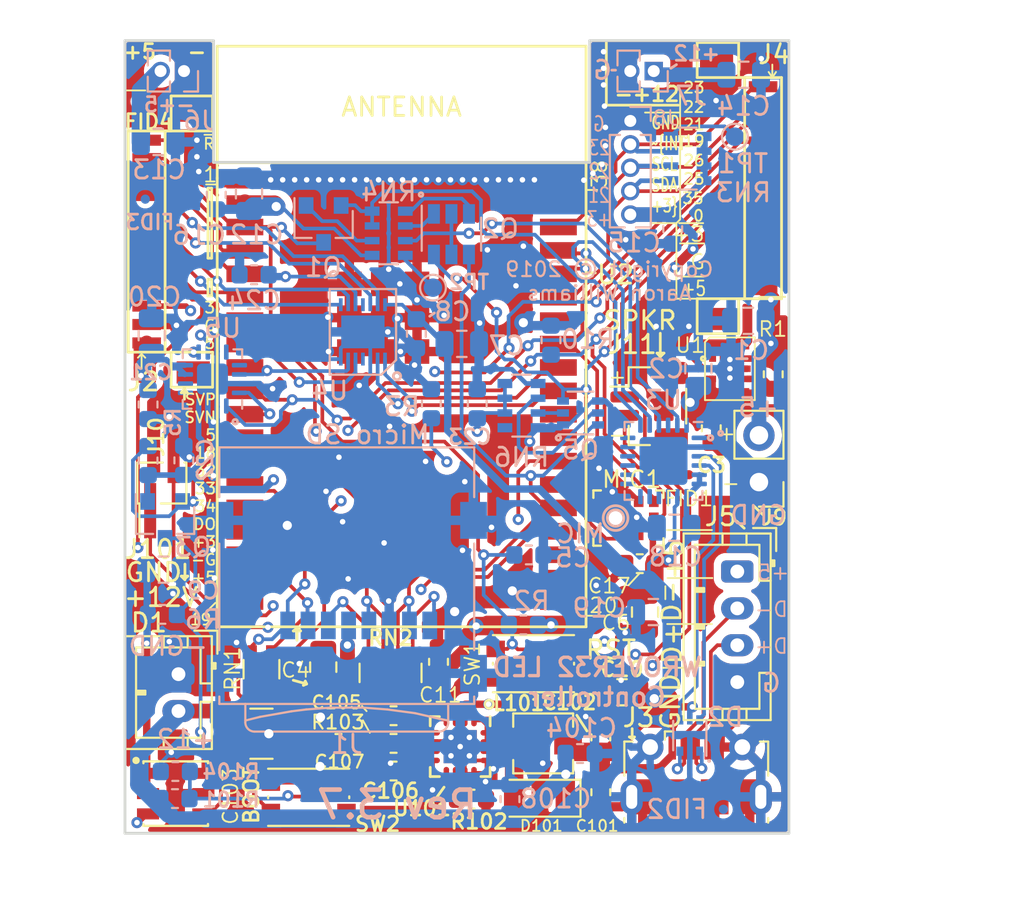
<source format=kicad_pcb>
(kicad_pcb (version 20221018) (generator pcbnew)
  (title_block (title "Wrover LED Controller") (date "2019-12-26") (rev "3.7") (company "Copyright © 2019 by Aaron Williams"))
  (layers (0 "F.Cu" signal) (1 "In1.Cu" mixed) (2 "In2.Cu" mixed) (31 "B.Cu" signal) (34 "B.Paste" user) (35 "F.Paste" user) (36 "B.SilkS" user "B.Silkscreen") (37 "F.SilkS" user "F.Silkscreen") (38 "B.Mask" user) (39 "F.Mask" user) (44 "Edge.Cuts" user))
  (net 0 "")
  (net 1 "VBUS")
  (net 2 "GND")
  (net 3 "+3V3")
  (net 4 "/IO4")
  (net 5 "/IO14")
  (net 6 "/IO15")
  (net 7 "/IO13")
  (net 8 "/IO12")
  (net 9 "Net-(J3-Pad4)")
  (net 10 "/DTR")
  (net 11 "/RTS")
  (net 12 "Net-(R1-Pad1)")
  (net 13 "Net-(U1-Pad1)")
  (net 14 "/IO23")
  (net 15 "/IO22")
  (net 16 "/TXD0")
  (net 17 "/RXD0")
  (net 18 "/IO21")
  (net 19 "/IO19")
  (net 20 "/IO27")
  (net 21 "Net-(U2-Pad22)")
  (net 22 "Net-(U2-Pad17)")
  (net 23 "Net-(U2-Pad21)")
  (net 24 "Net-(U2-Pad18)")
  (net 25 "Net-(U2-Pad20)")
  (net 26 "Net-(U2-Pad19)")
  (net 27 "Net-(U3-Pad24)")
  (net 28 "Net-(U3-Pad22)")
  (net 29 "Net-(U3-Pad18)")
  (net 30 "Net-(U3-Pad17)")
  (net 31 "Net-(U3-Pad16)")
  (net 32 "Net-(U3-Pad15)")
  (net 33 "Net-(U3-Pad14)")
  (net 34 "Net-(U3-Pad13)")
  (net 35 "Net-(U3-Pad12)")
  (net 36 "Net-(U3-Pad11)")
  (net 37 "Net-(U3-Pad10)")
  (net 38 "Net-(U3-Pad9)")
  (net 39 "Net-(U3-Pad1)")
  (net 40 "/DO")
  (net 41 "/SENSOR_VN")
  (net 42 "/SENSOR_VP")
  (net 43 "/USB_D+")
  (net 44 "/USB_D-")
  (net 45 "Net-(U2-Pad27)")
  (net 46 "Net-(U2-Pad28)")
  (net 47 "/IO35")
  (net 48 "/IO27_5V")
  (net 49 "Net-(RN3-Pad4)")
  (net 50 "/D+")
  (net 51 "/D-")
  (net 52 "Net-(RN4-Pad4)")
  (net 53 "Net-(C107-Pad1)")
  (net 54 "+12V")
  (net 55 "/12v-booster/SW")
  (net 56 "Net-(U101-Pad14)")
  (net 57 "Net-(U101-Pad10)")
  (net 58 "Net-(U101-Pad5)")
  (net 59 "/12v-booster/FB")
  (net 60 "/12v-booster/COMP")
  (net 61 "/12v-booster/FREQ")
  (net 62 "/12v-booster/SS")
  (net 63 "IO25")
  (net 64 "IO26")
  (net 65 "/Amp/SPKR-")
  (net 66 "/Amp/SPKR+")
  (net 67 "Net-(RN6-Pad1)")
  (net 68 "IO2")
  (net 69 "IO0")
  (net 70 "~{RESET}")
  (net 71 "/IO34")
  (net 72 "IO33")
  (net 73 "IO5_H")
  (net 74 "IO18_H")
  (net 75 "IO32_H")
  (net 76 "IO33_H")
  (net 77 "IO5")
  (net 78 "IO18")
  (net 79 "IO32")
  (net 80 "/IO2_RTS_DRV")
  (net 81 "/RST_DTR_DRV")
  (net 82 "/IO0_RTS_DRV")
  (net 83 "Net-(U4-Pad11)")
  (net 84 "Net-(U4-Pad4)")
  (net 85 "/Reset_Boot/~{PGM_SW_OUT}")
  (net 86 "/Reset_Boot/PGM_IO2_DRV")
  (net 87 "/Reset_Boot/PGM_IO0_DRV")
  (footprint "Resistor_SMD:R_Array_Convex_4x0603" (layer "F.Cu") (at 64.4 76.3 90)
    (fp_text reference "RN2")
    (fp_text value "10K")
  )
  (footprint "Resistor_SMD:R_Array_Convex_2x0603" (layer "F.Cu") (at 57.4 76.1 90)
    (fp_text reference "RN1")
    (fp_text value "10K")
  )
  (footprint "Connectors_JST-BM12B-SURS-TF:BM12B-SRSS-TB" (layer "F.Cu") (at 51.175 52.9 90)
    (fp_text reference "J2")
    (fp_text value "BM12B-SRSS-TBT(LF)(SN)")
  )
  (footprint "Torex_Semi:CL-2025-02" (layer "F.Cu") (at 82.8 59.8 -90)
    (fp_text reference "U1")
    (fp_text value "XCL220")
  )
  (footprint "Connectors_JST-BM12B-SURS-TF:BM12B-SRSS-TB" (layer "F.Cu") (at 84.6 50 -90)
    (fp_text reference "J4")
    (fp_text value "BM12B-SRSS-TBT(LF)(SN)")
  )
  (footprint "Aaron:USB_Micro-B_Molex-105017-0001" (layer "F.Cu") (at 80.975 81.7875)
    (fp_text reference "J3")
    (fp_text value "USB_B_Micro")
  )
  (footprint "Capacitor_SMD:C_0603_1608Metric" (layer "F.Cu") (at 67 75.7 90)
    (fp_text reference "C11")
    (fp_text value "1uF")
  )
  (footprint "Capacitor_SMD:C_0805_2012Metric" (layer "F.Cu") (at 78.2 73 -90)
    (fp_text reference "C6")
    (fp_text value "10uF")
  )
  (footprint "Capacitor_SMD:C_0805_2012Metric" (layer "F.Cu") (at 76.95 77.35 180)
    (fp_text reference "C10")
    (fp_text value "10uF")
  )
  (footprint "Resistor_SMD:R_0603_1608Metric" (layer "F.Cu") (at 64.5625 80.125)
    (fp_text reference "R103")
    (fp_text value "1.62K")
  )
  (footprint "Resistor_SMD:R_0603_1608Metric" (layer "F.Cu") (at 68.7875 83.15)
    (fp_text reference "R102")
    (fp_text value "18.7K")
  )
  (footprint "Capacitor_SMD:C_0603_1608Metric" (layer "F.Cu") (at 61.575 80.125 180)
    (fp_text reference "C107")
    (fp_text value "47nF")
  )
  (footprint "Capacitor_SMD:C_0603_1608Metric" (layer "F.Cu") (at 64.5625 81.625 180)
    (fp_text reference "C106")
    (fp_text value "820pF")
  )
  (footprint "Capacitor_SMD:C_0603_1608Metric" (layer "F.Cu") (at 75.8 82.775 -90)
    (fp_text reference "C101")
    (fp_text value "22uF")
  )
  (footprint "Aaron:QFN-16-1EP_3x3mm_P0.5mm_EP2.7x2.7mm_ThermalVias" (layer "F.Cu") (at 68.175 80.3 -90)
    (fp_text reference "U101")
    (fp_text value "TPS55340-Q1")
  )
  (footprint "Aaron:L_Vishay_IHLP-1212" (layer "F.Cu") (at 72.675 80.125 180)
    (fp_text reference "L101")
    (fp_text value "3.3uH")
  )
  (footprint "Capacitor_SMD:C_0603_1608Metric" (layer "F.Cu") (at 64.5625 78.625 180)
    (fp_text reference "C105")
    (fp_text value "22nF")
  )
  (footprint "Capacitor_SMD:C_0603_1608Metric" (layer "F.Cu") (at 75.8 79.8 90)
    (fp_text reference "C102")
    (fp_text value "0.1uF")
  )
  (footprint "Connector_JST:JST_PH_B4B-PH-K_1x04_P2.00mm_Vertical" (layer "F.Cu") (at 83.2 70.8 -90)
    (fp_text reference "J5")
    (fp_text value "Conn_01x04")
  )
  (footprint "Connector_PinHeader_2.54mm:PinHeader_1x02_P2.54mm_Vertical" (layer "F.Cu") (at 84.375 65.95 180)
    (fp_text reference "J9")
    (fp_text value "Conn_01x02 DNF")
  )
  (footprint "Resistor_SMD:R_0603_1608Metric" (layer "F.Cu") (at 85.15 60.1 90)
    (fp_text reference "R1")
    (fp_text value "10K")
  )
  (footprint "Capacitor_SMD:C_0603_1608Metric" (layer "F.Cu") (at 77.9125 70.375 180)
    (fp_text reference "C17")
    (fp_text value "0.1uF")
  )
  (footprint "Capacitor_SMD:C_0805_2012Metric" (layer "F.Cu") (at 60.75 75.9875 90)
    (fp_text reference "C4")
    (fp_text value "10uF")
  )
  (footprint "LED_WS2813-mini:LED_WS2813-MINI-2" (layer "F.Cu") (at 52.75 82.85)
    (fp_text reference "D1")
    (fp_text value "WS2813-MINI")
  )
  (footprint "Capacitor_SMD:C_0603_1608Metric" (layer "F.Cu") (at 81.79 63.03 -90)
    (fp_text reference "C3")
    (fp_text value "1uF")
  )
  (footprint "Fiducial:Fiducial_0.5mm_Mask1mm" (layer "F.Cu") (at 50.8 45.3)
    (fp_text reference "FID4")
    (fp_text value "DNF")
  )
  (footprint "Aaron:SPH0645LM4H-B" (layer "F.Cu") (at 76.6 67.9 -90)
    (fp_text reference "MIC1")
    (fp_text value "SPH0645LM4H-B")
  )
  (footprint "Aaron:SW_SPST_KMR2" (layer "F.Cu") (at 72.15 75.8 180)
    (fp_text reference "SW1")
    (fp_text value "SW_SPST_KMR2")
  )
  (footprint "Diode_SMD:D_SOD-123F" (layer "F.Cu") (at 72.5 83.1 180)
    (fp_text reference "D101")
    (fp_text value "D_Schottky")
  )
  (footprint "Connector_JST:JST_PH_B2B-PH-K_1x02_P2.00mm_Vertical" (layer "F.Cu") (at 52.9 76.37 -90)
    (fp_text reference "J101")
    (fp_text value "Conn_01x02")
  )
  (footprint "Aaron:JST_SH_BM02B-SRSS-TB_1x02-1MP_P1.00mm_Vertical" (layer "F.Cu") (at 78.42 61.83 -90)
    (fp_text reference "J11")
    (fp_text value "Conn_01x02")
  )
  (footprint "Fiducial:Fiducial_0.5mm_Mask1mm" (layer "F.Cu") (at 80.575 65.55)
    (fp_text reference "FID1")
    (fp_text value "DNF")
  )
  (footprint "Aaron:SW_SPST_KMR2" (layer "F.Cu") (at 59.96 83.05)
    (fp_text reference "SW2")
    (fp_text value "SW_SPST_KMR2")
  )
  (footprint "Capacitor_SMD:C_1210_3225Metric" (layer "F.Cu") (at 57.4 79.6)
    (fp_text reference "C103")
    (fp_text value "47uF")
  )
  (footprint "Connector_PinHeader_1.27mm:PinHeader_1x02_P1.27mm_Vertical_SMD_Pin1Left" (layer "F.Cu") (at 52 66 90)
    (fp_text reference "J10")
    (fp_text value "Conn_01x02 DNF")
  )
  (footprint "ESP32:ESP32-WROOVER" (layer "F.Cu") (at 65 61 -90)
    (fp_text reference "U2")
    (fp_text value "ESP32-WROVER")
  )
  (footprint "Resistor_SMD:R_0603_1608Metric" (layer "B.Cu") (at 52.025 73.125 180)
    (fp_text reference "R6")
    (fp_text value "4.7K")
  )
  (footprint "Resistor_SMD:R_0603_1608Metric" (layer "B.Cu") (at 73.1 58.25 -90)
    (fp_text reference "R10")
    (fp_text value "100K")
  )
  (footprint "Capacitor_SMD:C_0603_1608Metric" (layer "B.Cu") (at 79.7 52.225 -90)
    (fp_text reference "C15")
    (fp_text value "1uF")
  )
  (footprint "Capacitor_SMD:C_0805_2012Metric" (layer "B.Cu") (at 83.55 43.85)
    (fp_text reference "C14")
    (fp_text value "10uF")
  )
  (footprint "Capacitor_SMD:C_0805_2012Metric" (layer "B.Cu") (at 52.0875 70.7)
    (fp_text reference "C9")
    (fp_text value "10uF")
  )
  (footprint "Resistor_SMD:R_Array_Convex_4x0603" (layer "B.Cu") (at 80.5 48.4)
    (fp_text reference "RN3")
    (fp_text value "4.7K")
  )
  (footprint "Package_TO_SOT_SMD:SOT-666" (layer "B.Cu") (at 80.625 79.7 90)
    (fp_text reference "D2")
    (fp_text value "USBLC6-2P6")
  )
  (footprint "Capacitor_SMD:C_0805_2012Metric" (layer "B.Cu") (at 83.8 57.2 180)
    (fp_text reference "C1")
    (fp_text value "10uF")
  )
  (footprint "Capacitor_SMD:C_0805_2012Metric" (layer "B.Cu") (at 51.8 47.498)
    (fp_text reference "C13")
    (fp_text value "10uF")
  )
  (footprint "Capacitor_SMD:C_0805_2012Metric" (layer "B.Cu") (at 56.725 50.3 90)
    (fp_text reference "C12")
    (fp_text value "22uF")
  )
  (footprint "Capacitor_SMD:C_0805_2012Metric" (layer "B.Cu") (at 81.09 59.7925 90)
    (fp_text reference "C2")
    (fp_text value "10uF")
  )
  (footprint "Aaron:microSD_HC_Wuerth_693072010801" (layer "B.Cu") (at 62.025 72.175)
    (fp_text reference "J1")
    (fp_text value "Micro_SD_Card")
  )
  (footprint "Capacitor_SMD:C_0603_1608Metric" (layer "B.Cu") (at 70.875 83.15 90)
    (fp_text reference "C108")
    (fp_text value "0.1uF")
  )
  (footprint "Resistor_SMD:R_0603_1608Metric" (layer "B.Cu") (at 52.71 83.12)
    (fp_text reference "R101")
    (fp_text value "86.6K")
  )
  (footprint "Capacitor_SMD:C_0603_1608Metric" (layer "B.Cu") (at 74.675 80.675)
    (fp_text reference "C104")
    (fp_text value "1uF")
  )
  (footprint "Fiducial:Fiducial_0.5mm_Mask1mm" (layer "B.Cu") (at 82.45 83.7)
    (fp_text reference "FID2")
    (fp_text value "DNF")
  )
  (footprint "Connector_PinHeader_1.27mm:PinHeader_1x02_P1.27mm_Vertical" (layer "B.Cu") (at 53.2 43.65 90)
    (fp_text reference "J6")
    (fp_text value "Conn_01x02 DNF")
  )
  (footprint "Connector_PinHeader_1.27mm:PinHeader_1x05_P1.27mm_Vertical" (layer "B.Cu") (at 77.4 46.355 180)
    (fp_text reference "J8")
    (fp_text value "Conn_01x05 DNF")
  )
  (footprint "Capacitor_SMD:C_0805_2012Metric" (layer "B.Cu") (at 51.45 58 90)
    (fp_text reference "C20")
    (fp_text value "10uF")
  )
  (footprint "Capacitor_SMD:C_0603_1608Metric" (layer "B.Cu") (at 51.25 61.74 -90)
    (fp_text reference "C21")
    (fp_text value "0.1uF")
  )
  (footprint "Aaron:VQFN-16-1EP_3x3mm_P0.5mm_EP1.68x1.68mm" (layer "B.Cu") (at 54.7425 60.3575 90)
    (fp_text reference "U5")
    (fp_text value "MAX98357A")
  )
  (footprint "Resistor_SMD:R_0603_1608Metric" (layer "B.Cu") (at 51.25 64.78 -90)
    (fp_text reference "R5")
    (fp_text value "4.7K")
  )
  (footprint "Capacitor_SMD:C_0603_1608Metric" (layer "B.Cu") (at 53.19 64.77 90)
    (fp_text reference "C22")
    (fp_text value "0.1uF")
  )
  (footprint "Package_TO_SOT_SMD:SOT-23" (layer "B.Cu") (at 52.175 68 -90)
    (fp_text reference "Q3")
    (fp_text value "BSS138")
  )
  (footprint "Capacitor_SMD:C_0603_1608Metric" (layer "B.Cu") (at 54.95 50.3625 90)
    (fp_text reference "C16")
    (fp_text value "0.1uF")
  )
  (footprint "Package_TO_SOT_SMD:SOT-23" (layer "B.Cu") (at 60.7695 51.943 -90)
    (fp_text reference "Q1")
    (fp_text value "MMSS8050-H-TP")
  )
  (footprint "Capacitor_SMD:C_0603_1608Metric" (layer "B.Cu") (at 69.1 61.7 90)
    (fp_text reference "C23")
    (fp_text value "22nF")
  )
  (footprint "Package_TO_SOT_SMD:SOT-363_SC-70-6" (layer "B.Cu") (at 74.7 62.2)
    (fp_text reference "Q5")
    (fp_text value "BSS138DW-7-F")
  )
  (footprint "Resistor_SMD:R_Array_Convex_4x0603" (layer "B.Cu") (at 71.5 61.8)
    (fp_text reference "RN6")
    (fp_text value "100K")
  )
  (footprint "Capacitor_SMD:C_0603_1608Metric" (layer "B.Cu") (at 71.9 69.9)
    (fp_text reference "C5")
    (fp_text value "0.1uF")
  )
  (footprint "Resistor_SMD:R_0603_1608Metric" (layer "B.Cu") (at 71.6 73.7 180)
    (fp_text reference "R2")
    (fp_text value "470")
  )
  (footprint "Resistor_SMD:R_0603_1608Metric" (layer "B.Cu") (at 66.6115 61.6965 90)
    (fp_text reference "R3")
    (fp_text value "10K")
  )
  (footprint "Fiducial:Fiducial_0.5mm_Mask1mm" (layer "B.Cu") (at 51.1 50.6 90)
    (fp_text reference "FID3")
    (fp_text value "DNF")
  )
  (footprint "Capacitor_SMD:C_0603_1608Metric" (layer "B.Cu") (at 65.8 57.9 -90)
    (fp_text reference "C8")
    (fp_text value "0.1uF")
  )
  (footprint "Capacitor_SMD:C_0805_2012Metric" (layer "B.Cu") (at 68.2625 58.45)
    (fp_text reference "C7")
    (fp_text value "10uF")
  )
  (footprint "Connector_PinHeader_1.27mm:PinHeader_1x02_P1.27mm_Vertical" (layer "B.Cu") (at 78.67 43.65 90)
    (fp_text reference "J7")
    (fp_text value "Conn_01x02 DNF")
  )
  (footprint "Resistor_SMD:R_Array_Convex_4x0603" (layer "B.Cu") (at 64.3 52.45 180)
    (fp_text reference "RN4")
    (fp_text value "100K")
  )
  (footprint "TestPoint:TestPoint_Pad_D1.0mm" (layer "B.Cu") (at 83.07 47.21)
    (fp_text reference "TP1")
    (fp_text value "DNF")
  )
  (footprint "Resistor_SMD:R_0603_1608Metric" (layer "B.Cu") (at 52.73 81.65 180)
    (fp_text reference "R104")
    (fp_text value "10K")
  )
  (footprint "Capacitor_SMD:C_0603_1608Metric" (layer "B.Cu") (at 57 54.7 180)
    (fp_text reference "C24")
    (fp_text value "0.1uF")
  )
  (footprint "Aaron:TDFN-14_3x3mm_P0.4mm_EP1.78x2.35mm" (layer "B.Cu") (at 62.9 57.8 180)
    (fp_text reference "U4")
    (fp_text value "MAX3379EETD")
  )
  (footprint "Package_TO_SOT_SMD:SOT-23-6" (layer "B.Cu") (at 67.7 52.5 -90)
    (fp_text reference "Q2")
    (fp_text value "FMB2222A")
  )
  (footprint "TestPoint:TestPoint_Pad_D1.0mm" (layer "B.Cu") (at 66.7 55.4)
    (fp_text reference "TP2")
    (fp_text value "DNF")
  )
  (footprint "Package_DFN_QFN:QFN-24-1EP_4x4mm_P0.5mm_EP2.6x2.6mm" (layer "B.Cu") (at 79.2 64.8 180)
    (fp_text reference "U3")
    (fp_text value "CP2104")
  )
  (footprint "Capacitor_SMD:C_0805_2012Metric" (layer "B.Cu") (at 79.776 68.425 180)
    (fp_text reference "C18")
    (fp_text value "10uF")
  )
  (footprint "Capacitor_SMD:C_0805_2012Metric" (layer "B.Cu") (at 78.65 73 180)
    (fp_text reference "C19")
    (fp_text value "10uF")
  )
  (gr_circle (center 55.975 62.675) (end 55.975 62.625) (stroke (width 0.15)) (fill none) (layer "B.SilkS"))
  (gr_circle (center 82.3 63.3) (end 82.2 63.25) (stroke (width 0.15)) (fill none) (layer "B.SilkS"))
  (gr_circle (center 76.6 67.9) (end 76.9 67.3) (stroke (width 0.15)) (fill none) (layer "B.SilkS"))
  (gr_line (start 79.9 43.3) (end 79.6 43.5) (stroke (width 0.15)) (layer "B.SilkS"))
  (gr_circle (center 81.675 81.075) (end 81.7 81.125) (stroke (width 0.1)) (fill none) (layer "B.SilkS"))
  (gr_line (start 76.4 43.6) (end 76.6 43.6) (stroke (width 0.15)) (layer "B.SilkS"))
  (gr_circle (center 81.75 63.55) (end 81.8 63.55) (stroke (width 0.15)) (fill none) (layer "B.SilkS"))
  (gr_circle (center 76.6 67.9) (end 76.8 67.5) (stroke (width 0.15)) (fill none) (layer "B.SilkS"))
  (gr_line (start 66.775 56.775) (end 66.525 56.95) (stroke (width 0.15)) (layer "B.SilkS"))
  (gr_circle (center 73.5 63.55) (end 73.5 63.6) (stroke (width 0.15)) (fill none) (layer "B.SilkS"))
  (gr_circle (center 64.75 60.2) (end 64.75 60) (stroke (width 0.15)) (fill none) (layer "B.SilkS"))
  (gr_circle (center 66.05 50.35) (end 65.95 50.35) (stroke (width 0.15)) (fill none) (layer "B.SilkS"))
  (gr_line (start 81.4 54.8) (end 80.1 54.8) (stroke (width 0.1)) (layer "F.SilkS"))
  (gr_line (start 59.125 74.025) (end 59.325 73.875) (stroke (width 0.15)) (layer "F.SilkS"))
  (gr_line (start 59.675 76.975) (end 59.85 76.9) (stroke (width 0.15)) (layer "F.SilkS"))
  (gr_line (start 78.85 58.95) (end 79.025 59.15) (stroke (width 0.15)) (layer "F.SilkS"))
  (gr_line (start 54.7 50) (end 54.5 50) (stroke (width 0.15)) (layer "F.SilkS"))
  (gr_line (start 54.7 55.85) (end 54.5 55.85) (stroke (width 0.15)) (layer "F.SilkS"))
  (gr_line (start 53.05 61.1) (end 53.2 60.925) (stroke (width 0.15)) (layer "F.SilkS"))
  (gr_line (start 53.375 61.1) (end 53.05 61.1) (stroke (width 0.15)) (layer "F.SilkS"))
  (gr_line (start 53.225 61.45) (end 53.225 60.9) (stroke (width 0.15)) (layer "F.SilkS"))
  (gr_line (start 53.225 60.9) (end 53.375 61.1) (stroke (width 0.15)) (layer "F.SilkS"))
  (gr_line (start 53.05 71.05) (end 53.25 71.25) (stroke (width 0.15)) (layer "F.SilkS"))
  (gr_line (start 79.9 56) (end 81 56) (stroke (width 0.1)) (layer "F.SilkS"))
  (gr_line (start 76.1 45.5) (end 76.1 42.1) (stroke (width 0.15)) (layer "F.SilkS"))
  (gr_line (start 62.85 78.1) (end 63.1 78.375) (stroke (width 0.1)) (layer "F.SilkS"))
  (gr_line (start 59.775 76.75) (end 59.675 76.975) (stroke (width 0.15)) (layer "F.SilkS"))
  (gr_line (start 83.175 68.075) (end 83.575 68.45) (stroke (width 0.15)) (layer "F.SilkS"))
  (gr_line (start 59.525 74.025) (end 59.125 74.025) (stroke (width 0.15)) (layer "F.SilkS"))
  (gr_line (start 53.25 71.2) (end 53.4 71.05) (stroke (width 0.15)) (layer "F.SilkS"))
  (gr_line (start 59.125 76.7) (end 59.85 76.9) (stroke (width 0.15)) (layer "F.SilkS"))
  (gr_line (start 79.025 59.15) (end 79.225 58.95) (stroke (width 0.15)) (layer "F.SilkS"))
  (gr_circle (center 69.75 78) (end 69.85 77.8) (stroke (width 0.15)) (fill none) (layer "F.SilkS"))
  (gr_line (start 79.4 68.55) (end 81.825 68.55) (stroke (width 0.1)) (layer "F.SilkS"))
  (gr_line (start 80 45.5) (end 76.1 45.5) (stroke (width 0.15)) (layer "F.SilkS"))
  (gr_line (start 77.5 79.325) (end 77.5 79.875) (stroke (width 0.15)) (layer "F.SilkS"))
  (gr_line (start 80.05 51.9) (end 81.35 51.9) (stroke (width 0.1)) (layer "F.SilkS"))
  (gr_line (start 79.9 51.9) (end 79.9 56) (stroke (width 0.1)) (layer "F.SilkS"))
  (gr_line (start 75.5 54.6) (end 75.1 54.6) (stroke (width 0.15)) (layer "F.SilkS"))
  (gr_line (start 54.7 53.8) (end 54.7 50) (stroke (width 0.15)) (layer "F.SilkS"))
  (gr_line (start 53.4 71.05) (end 53.05 71.05) (stroke (width 0.15)) (layer "F.SilkS"))
  (gr_line (start 50.9 59) (end 50.7 59.2) (stroke (width 0.1)) (layer "F.SilkS"))
  (gr_line (start 80.1 51.7) (end 79.9 51.9) (stroke (width 0.1)) (layer "F.SilkS"))
  (gr_line (start 62.9 78.875) (end 63.275 79.55) (stroke (width 0.1)) (layer "F.SilkS"))
  (gr_line (start 53.25 70.4) (end 53.25 71.2) (stroke (width 0.15)) (layer "F.SilkS"))
  (gr_line (start 59.325 73.875) (end 59.525 74.025) (stroke (width 0.15)) (layer "F.SilkS"))
  (gr_line (start 54.5 54.95) (end 54.7 54.95) (stroke (width 0.15)) (layer "F.SilkS"))
  (gr_line (start 54.7 54.95) (end 54.7 55.85) (stroke (width 0.15)) (layer "F.SilkS"))
  (gr_line (start 79.025 57.875) (end 79.025 59.15) (stroke (width 0.15)) (layer "F.SilkS"))
  (gr_line (start 78.5 51.9) (end 79.9 51.9) (stroke (width 0.1)) (layer "F.SilkS"))
  (gr_line (start 74.5 78.6) (end 75.05 79.45) (stroke (width 0.15)) (layer "F.SilkS"))
  (gr_line (start 79.42 71.155) (end 81.845 71.155) (stroke (width 0.1)) (layer "F.SilkS"))
  (gr_line (start 78.2 45.9) (end 80.1 45.9) (stroke (width 0.1)) (layer "F.SilkS"))
  (gr_line (start 54.5 55.85) (end 54.5 54.95) (stroke (width 0.15)) (layer "F.SilkS"))
  (gr_line (start 75.1 73.2) (end 76 73.2) (stroke (width 0.1)) (layer "F.SilkS"))
  (gr_line (start 51.1 44.7) (end 50 44.7) (stroke (width 0.1)) (layer "F.SilkS"))
  (gr_line (start 50.9 59.8) (end 50.9 59) (stroke (width 0.1)) (layer "F.SilkS"))
  (gr_line (start 77.35 79.775) (end 77.475 79.85) (stroke (width 0.15)) (layer "F.SilkS"))
  (gr_line (start 79.3 72.3) (end 79.3 71.6) (stroke (width 0.1)) (layer "F.SilkS"))
  (gr_line (start 50.9 59) (end 51.1 59.2) (stroke (width 0.1)) (layer "F.SilkS"))
  (gr_line (start 54.4 49.8) (end 55 49.8) (stroke (width 0.1)) (layer "F.SilkS"))
  (gr_line (start 77.625 79.775) (end 77.35 79.775) (stroke (width 0.15)) (layer "F.SilkS"))
  (gr_line (start 85.1 43.3) (end 85.1 44) (stroke (width 0.1)) (layer "F.SilkS"))
  (gr_line (start 59.325 74.525) (end 59.325 73.875) (stroke (width 0.15)) (layer "F.SilkS"))
  (gr_line (start 79.225 58.95) (end 78.85 58.95) (stroke (width 0.15)) (layer "F.SilkS"))
  (gr_line (start 75.6 50.1) (end 75 50.1) (stroke (width 0.1)) (layer "F.SilkS"))
  (gr_line (start 77.5 79.875) (end 77.625 79.775) (stroke (width 0.15)) (layer "F.SilkS"))
  (gr_line (start 84.4 55.9) (end 85.8 55.9) (stroke (width 0.1)) (layer "F.SilkS"))
  (gr_line (start 66.8 83.2) (end 67.3 82.5) (stroke (width 0.15)) (layer "F.SilkS"))
  (gr_line (start 79.4 73.65) (end 81.825 73.65) (stroke (width 0.1)) (layer "F.SilkS"))
  (gr_line (start 54.5 53.8) (end 54.7 53.8) (stroke (width 0.15)) (layer "F.SilkS"))
  (gr_line (start 81.4 53) (end 80.1 53) (stroke (width 0.1)) (layer "F.SilkS"))
  (gr_line (start 85.3 43.7) (end 85.1 44) (stroke (width 0.1)) (layer "F.SilkS"))
  (gr_line (start 84.6 67.725) (end 84.075 67.225) (stroke (width 0.15)) (layer "F.SilkS"))
  (gr_line (start 59.85 76.9) (end 59.775 76.75) (stroke (width 0.15)) (layer "F.SilkS"))
  (gr_line (start 54.5 50) (end 54.5 53.8) (stroke (width 0.15)) (layer "F.SilkS"))
  (gr_line (start 79.175 76.025) (end 80.275 76.025) (stroke (width 0.1)) (layer "F.SilkS"))
  (gr_line (start 54.6 72.8) (end 54.9 72.5) (stroke (width 0.1)) (layer "F.SilkS"))
  (gr_line (start 80.1 44.7) (end 80.1 51.7) (stroke (width 0.1)) (layer "F.SilkS"))
  (gr_line (start 85.1 44) (end 84.9 43.7) (stroke (width 0.1)) (layer "F.SilkS"))
  (gr_line (start 77.3 71.55) (end 77.9 70.9) (stroke (width 0.1)) (layer "F.SilkS"))
  (gr_line (start 75.2 42.4) (end 75.2 42) (stroke (width 0.15)) (layer "Edge.Cuts"))
  (gr_line (start 50 85) (end 86 85) (stroke (width 0.15)) (layer "Edge.Cuts"))
  (gr_line (start 86 85) (end 86 42) (stroke (width 0.15)) (layer "Edge.Cuts"))
  (gr_line (start 75.2 42) (end 86 42) (stroke (width 0.15)) (layer "Edge.Cuts"))
  (gr_line (start 54.8 48.6) (end 75.2 48.6) (stroke (width 0.15)) (layer "Edge.Cuts"))
  (gr_line (start 50 42) (end 50 85) (stroke (width 0.15)) (layer "Edge.Cuts"))
  (gr_line (start 50 42) (end 54.8 42) (stroke (width 0.15)) (layer "Edge.Cuts"))
  (gr_line (start 54.8 42) (end 54.8 48.6) (stroke (width 0.15)) (layer "Edge.Cuts"))
  (gr_line (start 75.2 48.6) (end 75.2 42.4) (stroke (width 0.15)) (layer "Edge.Cuts"))
  (gr_text "Copyright © 2019\nAaron Williams" (at 76.2635 55.05) (layer "B.SilkS") (effects (font (size 0.8 0.8) (thickness 0.12)) (justify mirror)))
  (gr_text "WROVER32 LED\nController" (at 75.6 76.8) (layer "B.SilkS") (effects (font (size 1 1) (thickness 0.18)) (justify mirror)))
  (gr_text "Micro SD" (at 63.15 63.375) (layer "B.SilkS") (effects (font (size 1 1)) (justify mirror)))
  (gr_text "-+5" (at 52.4 45.475) (layer "B.SilkS") (effects (font (size 0.8 0.8)) (justify mirror)))
  (gr_text "GND" (at 84.35 67.75) (layer "B.SilkS") (effects (font (size 1 1)) (justify mirror)))
  (gr_text "D-" (at 85.05 72.85) (layer "B.SilkS") (effects (font (size 0.8 0.8) (thickness 0.1)) (justify mirror)))
  (gr_text "D+" (at 85.05 74.85) (layer "B.SilkS") (effects (font (size 0.8 0.8) (thickness 0.1)) (justify mirror)))
  (gr_text "+5" (at 85.15 70.85) (layer "B.SilkS") (effects (font (size 0.8 0.8) (thickness 0.1)) (justify mirror)))
  (gr_text "G\n23\n22\n21\n+3" (at 75.7 49.1) (layer "B.SilkS") (effects (font (size 0.8 0.6) (thickness 0.1)) (justify mirror)))
  (gr_text "G" (at 85.05 76.85) (layer "B.SilkS") (effects (font (size 1 1)) (justify mirror)))
  (gr_text "MIC" (at 74.7 68.75) (layer "B.SilkS") (effects (font (size 1 1)) (justify mirror)))
  (gr_text "-GND" (at 50.1 74.85) (layer "B.SilkS") (effects (font (size 1 1)) (justify right mirror)))
  (gr_text "Rev 3.7" (at 64.75 83.45) (layer "B.SilkS") (effects (font (size 1.5 1.5) (thickness 0.25)) (justify mirror)))
  (gr_text "+12" (at 81 42.7) (layer "B.SilkS") (effects (font (size 0.8 0.8)) (justify mirror)))
  (gr_text "+5" (at 84.35 61.9) (layer "B.SilkS") (effects (font (size 1 1)) (justify mirror)))
  (gr_text "+12" (at 53.3 79.9) (layer "B.SilkS") (effects (font (size 1 1)) (justify mirror)))
  (gr_text "G" (at 75.9 43.6) (layer "B.SilkS") (effects (font (size 1 1)) (justify mirror)))
  (gr_text "-+12" (at 78.3 44.9) (layer "F.SilkS") (effects (font (size 0.8 0.8))))
  (gr_text "+5" (at 79.75 70.15 90) (layer "F.SilkS") (effects (font (size 1 1))))
  (gr_text "D-" (at 79.65 72.425 90) (layer "F.SilkS") (effects (font (size 1 1))))
  (gr_text "+" (at 82.625 63.3) (layer "F.SilkS") (effects (font (size 0.8 0.8) (thickness 0.1))))
  (gr_text "+12V" (at 51.95 72.2) (layer "F.SilkS") (effects (font (size 1 1))))
  (gr_text "GND" (at 51.562 70.85) (layer "F.SilkS") (effects (font (size 1 1))))
  (gr_text "21" (at 80.85 46.55) (layer "F.SilkS") (effects (font (size 0.6 0.6) (thickness 0.1))))
  (gr_text "35" (at 80.8 50.55) (layer "F.SilkS") (effects (font (size 0.6 0.6) (thickness 0.1))))
  (gr_text "3\nG\n5" (at 54.6 57.45) (layer "F.SilkS") (effects (font (size 0.6 0.6) (thickness 0.1))))
  (gr_text "G" (at 81.05 54) (layer "F.SilkS") (effects (font (size 0.8 0.8) (thickness 0.1))))
  (gr_text "23" (at 80.85 44.55) (layer "F.SilkS") (effects (font (size 0.6 0.6) (thickness 0.1))))
  (gr_text "SPKR" (at 77.925 57.175) (layer "F.SilkS") (effects (font (size 1 1))))
  (gr_text "+5" (at 80.85 55.45) (layer "F.SilkS") (effects (font (size 0.8 0.6) (thickness 0.1))))
  (gr_text "25" (at 80.85 49.5) (layer "F.SilkS") (effects (font (size 0.6 0.6) (thickness 0.1))))
  (gr_text "D+" (at 79.675 74.7 90) (layer "F.SilkS") (effects (font (size 1 1))))
  (gr_text "+5" (at 50.8 42.6) (layer "F.SilkS") (effects (font (size 0.8 0.8))))
  (gr_text "SVP\nSVN\n5\n18\n32\n33\n34\nDO\n+3\n-G\n+5" (at 55 66.3) (layer "F.SilkS") (effects (font (size 0.6 0.6) (thickness 0.1)) (justify right)))
  (gr_text "19" (at 54.1 73.406) (layer "F.SilkS") (effects (font (size 0.6 0.6) (thickness 0.1))))
  (gr_text "BOOT" (at 56.85 82.94 90) (layer "F.SilkS") (effects (font (size 0.8 0.8))))
  (gr_text "38" (at 75.725 50.05 90) (layer "F.SilkS") (effects (font (size 0.8 0.8) (thickness 0.1)) (justify left)))
  (gr_text "GND" (at 79.575 77.85 90) (layer "F.SilkS") (effects (font (size 1 1))))
  (gr_text "RST" (at 76.35 75.05) (layer "F.SilkS") (effects (font (size 1 1))))
  (gr_text "26" (at 80.85 48.5) (layer "F.SilkS") (effects (font (size 0.6 0.6) (thickness 0.1))))
  (gr_text "-" (at 76.7 63.375) (layer "F.SilkS") (effects (font (size 0.8 0.8) (thickness 0.1))))
  (gr_text "19" (at 80.85 47.45) (layer "F.SilkS") (effects (font (size 0.6 0.6) (thickness 0.1))))
  (gr_text "0" (at 81.1 51.5) (layer "F.SilkS") (effects (font (size 0.6 0.6) (thickness 0.1))))
  (gr_text "22" (at 80.85 45.6) (layer "F.SilkS") (effects (font (size 0.6 0.6) (thickness 0.1))))
  (gr_text "1" (at 54.625 49.275) (layer "F.SilkS") (effects (font (size 0.8 0.8) (thickness 0.1))))
  (gr_text "~{R}" (at 54.55 47.6) (layer "F.SilkS") (effects (font (size 0.6 0.6) (thickness 0.1))))
  (gr_text "-" (at 53.9 42.6) (layer "F.SilkS") (effects (font (size 0.8 0.8))))
  (gr_text "20" (at 75.946 72.644) (layer "F.SilkS") (effects (font (size 0.8 0.8) (thickness 0.1))))
  (gr_text "+" (at 76.7 60.225) (layer "F.SilkS") (effects (font (size 0.8 0.8) (thickness 0.1))))
  (gr_text "+3" (at 80.55 52.5) (layer "F.SilkS") (effects (font (size 0.8 0.8) (thickness 0.1))))
  (gr_text "-" (at 82.85 66) (layer "F.SilkS") (effects (font (size 0.8 0.8) (thickness 0.1))))
  (gr_text "GND\n~{INT\nSCL\nSDA\n+3}" (at 78.486 48.7045) (layer "F.SilkS") (effects (font (size 0.7 0.5) (thickness 0.1)) (justify left)))
  (segment (start 69.72 78) (end 68.45 78) (width 0.4) (layer "F.Cu") (net 1))
  (segment (start 74.4875 80.5875) (end 74.025 80.125) (width 1) (layer "F.Cu") (net 1))
  (segment (start 75.8 81.425) (end 75.8 81.9875) (width 1) (layer "F.Cu") (net 1))
  (segment (start 75.8 80.5875) (end 74.4875 80.5875) (width 1) (layer "F.Cu") (net 1))
  (segment (start 79.675 79.149998) (end 79.500001 78.974999) (width 0.4) (layer "F.Cu") (net 1))
  (segment (start 75.825001 81.450001) (end 75.8 81.425) (width 0.4) (layer "F.Cu") (net 1))
  (segment (start 75.875001 81.500001) (end 78.927797 81.500001) (width 0.5) (layer "F.Cu") (net 1))
  (segment (start 83.7375 59.25) (end 85.0875 59.25) (width 0.35) (layer "F.Cu") (net 1))
  (segment (start 79.568889 78.143888) (end 80.338199 78.143888) (width 0.4) (layer "F.Cu") (net 1))
  (segment (start 71.75 78) (end 69.72 78) (width 0.4) (layer "F.Cu") (net 1))
  (segment (start 79.675 80.752798) (end 78.977797 81.450001) (width 0.4) (layer "F.Cu") (net 1))
  (segment (start 79.375 77.702081) (end 79.500001 77.827082) (width 1) (layer "F.Cu") (net 1))
  (segment (start 51.17902 82.81098) (end 51.14 82.85) (width 0.4) (layer "F.Cu") (net 1))
  (segment (start 79.675 80.325) (end 79.675 80.752798) (width 0.4) (layer "F.Cu") (net 1))
  (segment (start 84.85 59.25) (end 85.1 59.5) (width 0.35) (layer "F.Cu") (net 1))
  (segment (start 50.871155 59.744133) (end 50.871155 60.171225) (width 0.8) (layer "F.Cu") (net 1))
  (segment (start 78.35 77.35) (end 78.7 77.7) (width 0.4) (layer "F.Cu") (net 1))
  (segment (start 74.025 80.125) (end 73.875 80.125) (width 0.4) (layer "F.Cu") (net 1))
  (segment (start 79.675 80.325) (end 79.675 79.149998) (width 0.4) (layer "F.Cu") (net 1))
  (segment (start 79.300002 78.775) (end 77.915998 78.775) (width 1) (layer "F.Cu") (net 1))
  (segment (start 78.200001 78.199999) (end 78.7 77.7) (width 1) (layer "F.Cu") (net 1))
  (segment (start 68.425 78.025) (end 68.425 78.1) (width 0.3) (layer "F.Cu") (net 1))
  (segment (start 68.425 78.025) (end 68.45 78) (width 0.25) (layer "F.Cu") (net 1))
  (segment (start 67.925 78.6) (end 67.925 78.825) (width 0.3) (layer "F.Cu") (net 1))
  (segment (start 85.02298 58.425) (end 85.02298 56.05) (width 1) (layer "F.Cu") (net 1))
  (segment (start 75.825001 81.450001) (end 75.875001 81.500001) (width 0.5) (layer "F.Cu") (net 1))
  (segment (start 73.875 80.125) (end 71.75 78) (width 0.4) (layer "F.Cu") (net 1))
  (segment (start 77.025 79.9375) (end 76.375 80.5875) (width 1) (layer "F.Cu") (net 1))
  (segment (start 79.500001 78.974999) (end 79.300002 78.775) (width 1) (layer "F.Cu") (net 1))
  (segment (start 79.500001 77.827082) (end 79.500001 78.974999) (width 1) (layer "F.Cu") (net 1))
  (segment (start 79.525001 78.1) (end 79.568889 78.143888) (width 0.4) (layer "F.Cu") (net 1))
  (segment (start 76.375 80.5875) (end 75.8 80.5875) (width 1) (layer "F.Cu") (net 1))
  (segment (start 85.15 59.3125) (end 85.15 58.55202) (width 1) (layer "F.Cu") (net 1))
  (segment (start 68.425 78.1) (end 67.925 78.6) (width 0.3) (layer "F.Cu") (net 1))
  (segment (start 51.17902 74.693765) (end 51.17902 82.77902) (width 0.4) (layer "F.Cu") (net 1))
  (segment (start 80.338199 78.143888) (end 80.765291 78.143888) (width 0.4) (layer "F.Cu") (net 1))
  (segment (start 51.17902 82.77902) (end 51.25 82.85) (width 0.4) (layer "F.Cu") (net 1))
  (segment (start 84.720981 55.748001) (end 85.02298 56.05) (width 0.5) (layer "F.Cu") (net 1))
  (segment (start 84.6 55.5) (end 84.6 55.62702) (width 0.5) (layer "F.Cu") (net 1))
  (segment (start 79.372919 77.7) (end 78.7 77.7) (width 1.2) (layer "F.Cu") (net 1))
  (segment (start 79.375 77.702081) (end 79.372919 77.7) (width 1.2) (layer "F.Cu") (net 1))
  (segment (start 50.871155 58.703845) (end 50.871155 59.744133) (width 0.8) (layer "F.Cu") (net 1))
  (segment (start 75.8 80.5875) (end 75.8 81.425) (width 1) (layer "F.Cu") (net 1))
  (segment (start 85.15 58.55202) (end 85.02298 58.425) (width 1) (layer "F.Cu") (net 1))
  (segment (start 77.915998 78.775) (end 77.025 79.665998) (width 1) (layer "F.Cu") (net 1))
  (segment (start 68.425 78.825) (end 68.425 78.025) (width 0.3) (layer "F.Cu") (net 1))
  (segment (start 84.6 55.62702) (end 84.720981 55.748001) (width 0.5) (layer "F.Cu") (net 1))
  (segment (start 51.175 58.4) (end 50.871155 58.703845) (width 0.8) (layer "F.Cu") (net 1))
  (segment (start 77.025 79.665998) (end 77.025 79.9375) (width 1) (layer "F.Cu") (net 1))
  (segment (start 78.927797 81.500001) (end 78.977797 81.450001) (width 0.5) (layer "F.Cu") (net 1))
  (segment (start 79.500001 78.974999) (end 79.5 78.975) (width 1) (layer "F.Cu") (net 1))
  (segment (start 51.14 74.732785) (end 51.17902 74.693765) (width 0.4) (layer "F.Cu") (net 1))
  (segment (start 77.8875 77.35) (end 78.35 77.35) (width 0.4) (layer "F.Cu") (net 1))
  (segment (start 85.0875 59.25) (end 85.15 59.3125) (width 0.35) (layer "F.Cu") (net 1))
  (via (at 85.02298 56.05) (size 0.604) (drill 0.3) (layers "F.Cu" "B.Cu") (net 1))
  (via (at 69.72 78) (size 0.604) (drill 0.3) (layers "F.Cu" "B.Cu") (net 1))
  (via (at 80.765291 78.143888) (size 0.604) (drill 0.3) (layers "F.Cu" "B.Cu") (net 1))
  (via (at 51.17902 74.693765) (size 0.604) (drill 0.3) (layers "F.Cu" "B.Cu") (net 1))
  (via (at 85.02298 58.425) (size 0.604) (drill 0.3) (layers "F.Cu" "B.Cu") (net 1))
  (via (at 50.871155 60.171225) (size 0.604) (drill 0.3) (layers "F.Cu" "B.Cu") (net 1))
  (via (at 78.7 77.7) (size 1) (drill 0.5) (layers "F.Cu" "B.Cu") (net 1))
  (segment (start 64.1 56.325) (end 65.025 56.325) (width 0.2) (layer "B.Cu") (net 1))
  (segment (start 51.25 60.9525) (end 51.25 60.515) (width 0.5) (layer "B.Cu") (net 1))
  (segment (start 65.925 57.05) (end 67.325 58.45) (width 0.3) (layer "B.Cu") (net 1))
  (segment (start 84.720981 56.445981) (end 84.720981 56.351999) (width 0.8) (layer "B.Cu") (net 1))
  (segment (start 75.25 69) (end 76.8 70.55) (width 1) (layer "B.Cu") (net 1))
  (segment (start 51.2 74.672785) (end 51.17902 74.693765) (width 0.4) (layer "B.Cu") (net 1))
  (segment (start 75.225 69) (end 75.25 69) (width 1) (layer "B.Cu") (net 1))
  (segment (start 72.475 66.325) (end 70.675 66.325) (width 0.4) (layer "B.Cu") (net 1))
  (segment (start 79.95 66.7375) (end 79.95 67.162668) (width 0.2) (layer "B.Cu") (net 1))
  (segment (start 79.8 69) (end 78.40001 70.39999) (width 0.2) (layer "B.Cu") (net 1))
  (segment (start 79.8 67.312668) (end 79.8 69) (width 0.2) (layer "B.Cu") (net 1))
  (segment (start 78.40001 71.25001) (end 79.65 72.5) (width 1) (layer "B.Cu") (net 1))
  (segment (start 80.625 78.15) (end 80.631112 78.143888) (width 0.3) (layer "B.Cu") (net 1))
  (segment (start 50.8625 44.7175) (end 51.93 43.65) (width 1) (layer "B.Cu") (net 1))
  (segment (start 51.25 60.515) (end 50.906225 60.171225) (width 0.5) (layer "B.Cu") (net 1))
  (segment (start 51.173154 59.869226) (end 50.871155 60.171225) (width 0.3) (layer "B.Cu") (net 1))
  (segment (start 84.7375 56.4625) (end 84.720981 56.445981) (width 0.8) (layer "B.Cu") (net 1))
  (segment (start 77.67501 71.25001) (end 78.40001 71.25001) (width 1) (layer "B.Cu") (net 1))
  (segment (start 53.2425 59.6075) (end 52.535778 59.6075) (width 0.3) (layer "B.Cu") (net 1))
  (segment (start 51.615573 59.313217) (end 51.276533 59.652257) (width 0.3) (layer "B.Cu") (net 1))
  (segment (start 76.8 70.55) (end 76.9 70.55) (width 1) (layer "B.Cu") (net 1))
  (segment (start 84.7375 57.2) (end 84.7375 56.4625) (width 0.8) (layer "B.Cu") (net 1))
  (segment (start 52.241495 59.313217) (end 51.615573 59.313217) (width 0.3) (layer "B.Cu") (net 1))
  (segment (start 67.325 58.45) (end 67.2765 58.45) (width 0.35) (layer "B.Cu") (net 1))
  (segment (start 80.625 78.775) (end 80.625 78.15) (width 0.3) (layer "B.Cu") (net 1))
  (segment (start 51.2 70.75) (end 51.2 74.672785) (width 0.4) (layer "B.Cu") (net 1))
  (segment (start 67.5 63.15) (end 67.5 58.65) (width 0.4) (layer "B.Cu") (net 1))
  (segment (start 51.276533 59.652257) (end 51.276533 59.823443) (width 0.3) (layer "B.Cu") (net 1))
  (segment (start 80.631112 78.143888) (end 80.765291 78.143888) (width 0.3) (layer "B.Cu") (net 1))
  (segment (start 50.906225 60.171225) (end 50.871155 60.171225) (width 0.5) (layer "B.Cu") (net 1))
  (segment (start 70.675 66.325) (end 67.5 63.15) (width 0.4) (layer "B.Cu") (net 1))
  (segment (start 65.8375 57.1375) (end 65.85 57.1375) (width 0.2) (layer "B.Cu") (net 1))
  (segment (start 84.720981 56.351999) (end 85.02298 56.05) (width 0.8) (layer "B.Cu") (net 1))
  (segment (start 50.871155 59.516345) (end 50.871155 60.171225) (width 0.5) (layer "B.Cu") (net 1))
  (segment (start 79.95 67.162668) (end 79.8 67.312668) (width 0.2) (layer "B.Cu") (net 1))
  (segment (start 65.025 56.325) (end 65.8375 57.1375) (width 0.2) (layer "B.Cu") (net 1))
  (segment (start 84.7375 56.4625) (end 84.8 56.4) (width 0.8) (layer "B.Cu") (net 1))
  (segment (start 84.720981 58.726999) (end 85.02298 58.425) (width 0.8) (layer "B.Cu") (net 1))
  (segment (start 52.580535 59.740001) (end 52.580535 59.652257) (width 0.3) (layer "B.Cu") (net 1))
  (segment (start 75.225 69) (end 75.15 69) (width 0.4) (layer "B.Cu") (net 1))
  (segment (start 76.95 70.525) (end 77.67501 71.25001) (width 1) (layer "B.Cu") (net 1))
  (segment (start 51.218937 59.823443) (end 51.173154 59.869226) (width 0.3) (layer "B.Cu") (net 1))
  (segment (start 53.2425 60.1075) (end 52.875001 59.740001) (width 0.3) (layer "B.Cu") (net 1))
  (segment (start 84.7375 58.13952) (end 85.02298 58.425) (width 0.8) (layer "B.Cu") (net 1))
  (segment (start 51.15 70.7) (end 51.2 70.75) (width 0.4) (layer "B.Cu") (net 1))
  (segment (start 84.7375 57.2) (end 84.7375 58.13952) (width 0.8) (layer "B.Cu") (net 1))
  (segment (start 79.65 72.5) (end 79.65 76.75) (width 1) (layer "B.Cu") (net 1))
  (segment (start 50.8625 47.498) (end 50.8625 44.7175) (width 1) (layer "B.Cu") (net 1))
  (segment (start 79.65 76.75) (end 78.7 77.7) (width 1) (layer "B.Cu") (net 1))
  (segment (start 75.15 69) (end 72.475 66.325) (width 0.4) (layer "B.Cu") (net 1))
  (segment (start 67.5 58.65) (end 67.3 58.45) (width 0.4) (layer "B.Cu") (net 1))
  (segment (start 52.535778 59.6075) (end 52.241495 59.313217) (width 0.3) (layer "B.Cu") (net 1))
  (segment (start 51.276533 59.823443) (end 51.218937 59.823443) (width 0.3) (layer "B.Cu") (net 1))
  (segment (start 84.375 59.07298) (end 84.720981 58.726999) (width 0.8) (layer "B.Cu") (net 1))
  (segment (start 84.375 63.41) (end 84.39 63.41) (width 1) (layer "B.Cu") (net 1))
  (segment (start 52.580535 59.652257) (end 52.241495 59.313217) (width 0.3) (layer "B.Cu") (net 1))
  (segment (start 52.875001 59.740001) (end 52.580535 59.740001) (width 0.3) (layer "B.Cu") (net 1))
  (segment (start 78.40001 70.39999) (end 78.40001 71.25001) (width 0.2) (layer "B.Cu") (net 1))
  (segment (start 51.45 58.9375) (end 50.871155 59.516345) (width 0.5) (layer "B.Cu") (net 1))
  (segment (start 84.375 63.41) (end 84.375 59.07298) (width 0.8) (layer "B.Cu") (net 1))
  (segment (start 75.37 49.2) (end 75.86 48.71) (width 0.5) (layer "F.Cu") (net 2))
  (segment (start 76.049988 47.7) (end 76.049988 46.705012) (width 0.5) (layer "F.Cu") (net 2))
  (segment (start 76.049988 46.705012) (end 77.4 46.355) (width 0.5) (layer "F.Cu") (net 2))
  (segment (start 65.835 56.065) (end 65.835 54.465) (width 0.5) (layer "F.Cu") (net 2))
  (segment (start 64.905 55.195) (end 64.905 55.195) (width 0.4) (layer "F.Cu") (net 2))
  (segment (start 74.88 49.57) (end 75 49.57) (width 0.5) (layer "F.Cu") (net 2))
  (segment (start 75.86 48.71) (end 76.049988 48.520012) (width 0.5) (layer "F.Cu") (net 2))
  (segment (start 58 79.6) (end 57.8 79.6) (width 0.8) (layer "F.Cu") (net 2))
  (segment (start 56.584011 67.434011) (end 57.934011 67.434011) (width 0.5) (layer "F.Cu") (net 2))
  (segment (start 81.79 63.8175) (end 82.251612 64.279112) (width 0.5) (layer "F.Cu") (net 2))
  (segment (start 69.55 82.2) (end 69.35 82.2) (width 0.3) (layer "F.Cu") (net 2))
  (segment (start 53.1 47.45) (end 52 46.35) (width 0.5) (layer "F.Cu") (net 2))
  (segment (start 56.5 67.35) (end 56.584011 67.434011) (width 0.5) (layer "F.Cu") (net 2))
  (segment (start 64.51251 79.51251) (end 63.775 78.775) (width 0.2) (layer "F.Cu") (net 2))
  (segment (start 81.8625 59.8) (end 82.35 59.8) (width 0.3) (layer "F.Cu") (net 2))
  (segment (start 64.4 81.2) (end 64.51251 81.08749) (width 0.2) (layer "F.Cu") (net 2))
  (segment (start 75.7 65.2) (end 75.7 65.627092) (width 0.8) (layer "F.Cu") (net 2))
  (segment (start 75.8 83.5625) (end 76.9375 83.5625) (width 0.5) (layer "F.Cu") (net 2))
  (segment (start 81.375 59.8) (end 80 58.425) (width 0.3) (layer "F.Cu") (net 2))
  (segment (start 69.55 82.2) (end 69.55 83.125) (width 0.5) (layer "F.Cu") (net 2))
  (segment (start 75.8 79.0125) (end 75.3225 79.0125) (width 0.4) (layer "F.Cu") (net 2))
  (segment (start 75.788001 67.750001) (end 75.788001 66.642499) (width 0.3) (layer "F.Cu") (net 2))
  (segment (start 54.309613 49.56) (end 53.9 49.150387) (width 0.8) (layer "F.Cu") (net 2))
  (segment (start 76.425 66.475) (end 76.581 66.631) (width 0.3) (layer "F.Cu") (net 2))
  (segment (start 82.275 80.325) (end 82.3 80.3) (width 0.5) (layer "F.Cu") (net 2))
  (segment (start 75.325 83.5625) (end 74.7875 84.1) (width 0.5) (layer "F.Cu") (net 2))
  (segment (start 59.45 75.8) (end 60 75.8) (width 0.8) (layer "F.Cu") (net 2))
  (segment (start 84.375 65.95) (end 84.375 66.450008) (width 1) (layer "F.Cu") (net 2))
  (segment (start 84.375 66.450008) (end 85.225 67.300008) (width 1) (layer "F.Cu") (net 2))
  (segment (start 68.425 80.55) (end 68.175 80.3) (width 0.2) (layer "F.Cu") (net 2))
  (segment (start 76.4 46.355) (end 76.049988 46.705012) (width 0.5) (layer "F.Cu") (net 2))
  (segment (start 63.775 78.775) (end 63.775 78.625) (width 0.2) (layer "F.Cu") (net 2))
  (segment (start 73.5 49.57) (end 74.88 49.57) (width 0.5) (layer "F.Cu") (net 2))
  (segment (start 68.425 81.775) (end 68.925 81.775) (width 0.2) (layer "F.Cu") (net 2))
  (segment (start 58.8 79.6) (end 58 79.6) (width 0.8) (layer "F.Cu") (net 2))
  (segment (start 77.262 67.9) (end 77.7055 67.9) (width 0.3) (layer "F.Cu") (net 2))
  (segment (start 76.9 76.7) (end 76.9 76.2) (width 0.5) (layer "F.Cu") (net 2))
  (segment (start 82.275 79.675) (end 83.2 78.75) (width 0.5) (layer "F.Cu") (net 2))
  (segment (start 76.581 66.631) (end 76.581 67.2465) (width 0.3) (layer "F.Cu") (net 2))
  (segment (start 82.719112 64.279112) (end 84.37 65.93) (width 0.5) (layer "F.Cu") (net 2))
  (segment (start 53.25 47.45) (end 53.1 47.45) (width 0.5) (layer "F.Cu") (net 2))
  (segment (start 82.275 80.325) (end 82.275 79.675) (width 0.5) (layer "F.Cu") (net 2))
  (segment (start 77.7055 67.9) (end 77.74625 67.85925) (width 0.3) (layer "F.Cu") (net 2))
  (segment (start 75 49.57) (end 75.37 49.2) (width 0.5) (layer "F.Cu") (net 2))
  (segment (start 57.934011 67.434011) (end 58.8 68.3) (width 0.5) (layer "F.Cu") (net 2))
  (segment (start 67.925 80.05) (end 68.175 80.3) (width 0.3) (layer "F.Cu") (net 2))
  (segment (start 65.835 55.195) (end 64.905 55.195) (width 0.4) (layer "F.Cu") (net 2))
  (segment (start 69.55 83.125) (end 69.575 83.15) (width 0.5) (layer "F.Cu") (net 2))
  (segment (start 51.175 57.4) (end 52.746999 57.4) (width 0.5) (layer "F.Cu") (net 2))
  (segment (start 82.3 80.3) (end 82.325 80.325) (width 0.5) (layer "F.Cu") (net 2))
  (segment (start 63.775 81.625) (end 63.525 81.375) (width 0.2) (layer "F.Cu") (net 2))
  (segment (start 64.51251 81.08749) (end 64.51251 79.51251) (width 0.2) (layer "F.Cu") (net 2))
  (segment (start 66.7 80.05) (end 67.925 80.05) (width 0.3) (layer "F.Cu") (net 2))
  (segment (start 76.049988 48.520012) (end 76.049988 47.7) (width 0.5) (layer "F.Cu") (net 2))
  (segment (start 81.8625 59.8) (end 81.375 59.8) (width 0.3) (layer "F.Cu") (net 2))
  (segment (start 69.35 82.2) (end 68.925 81.775) (width 0.3) (layer "F.Cu") (net 2))
  (segment (start 76.818001 74.411999) (end 76.818001 75.531999) (width 0.5) (layer "F.Cu") (net 2))
  (segment (start 77.327 66.475) (end 76.425 66.475) (width 0.3) (layer "F.Cu") (net 2))
  (segment (start 68.425 81.775) (end 68.425 80.55) (width 0.2) (layer "F.Cu") (net 2))
  (segment (start 85.225 78.575) (end 85.225 67.300008) (width 1) (layer "F.Cu") (net 2))
  (segment (start 62.165 58.865) (end 62.165 60.16701) (width 0.5) (layer "F.Cu") (net 2))
  (segment (start 82.35 59.8) (end 82.77 59.8) (width 0.3) (layer "F.Cu") (net 2))
  (segment (start 54.000002 49.1) (end 54.00001 49.1) (width 0.8) (layer "F.Cu") (net 2))
  (segment (start 69.65 81.05) (end 68.925 81.05) (width 0.2) (layer "F.Cu") (net 2))
  (segment (start 83.475 80.325) (end 85.225 78.575) (width 1) (layer "F.Cu") (net 2))
  (segment (start 60 75.8) (end 60.75 75.05) (width 0.8) (layer "F.Cu") (net 2))
  (segment (start 83.2 78.75) (end 83.2 76.8) (width 0.5) (layer "F.Cu") (net 2))
  (segment (start 74.7875 84.1) (end 72.7 84.1) (width 0.5) (layer "F.Cu") (net 2))
  (segment (start 75.8 83.5625) (end 75.325 83.5625) (width 0.5) (layer "F.Cu") (net 2))
  (segment (start 82.325 80.325) (end 83.475 80.325) (width 0.5) (layer "F.Cu") (net 2))
  (segment (start 77.12 74.11) (end 76.818001 74.411999) (width 0.5) (layer "F.Cu") (net 2))
  (segment (start 61.282106 81.375) (end 60.575 81.375) (width 0.2) (layer "F.Cu") (net 2))
  (segment (start 63.775 81.625) (end 63.975 81.625) (width 0.2) (layer "F.Cu") (net 2))
  (segment (start 52.746999 57.4) (end 52.790518 57.443519) (width 0.5) (layer "F.Cu") (net 2))
  (segment (start 69.9 81.525) (end 69.9 81.3) (width 0.3) (layer "F.Cu") (net 2))
  (segment (start 69.9 81.3) (end 69.65 81.05) (width 0.3) (layer "F.Cu") (net 2))
  (segment (start 56.5 49.56) (end 54.309613 49.56) (width 0.8) (layer "F.Cu") (net 2))
  (segment (start 53.9 49.150387) (end 53.9 48.999998) (width 0.8) (layer "F.Cu") (net 2))
  (segment (start 53.9 48.999998) (end 54.000002 49.1) (width 0.8) (layer "F.Cu") (net 2))
  (segment (start 68.925 81.05) (end 68.175 80.3) (width 0.2) (layer "F.Cu") (net 2))
  (segment (start 63.525 81.375) (end 61.282106 81.375) (width 0.2) (layer "F.Cu") (net 2))
  (segment (start 53.9 48.999998) (end 53.9 47.4) (width 1) (layer "F.Cu") (net 2))
  (segment (start 77.802 66.95) (end 77.327 66.475) (width 0.3) (layer "F.Cu") (net 2))
  (segment (start 82.251612 64.279112) (end 82.719112 64.279112) (width 0.5) (layer "F.Cu") (net 2))
  (segment (start 62.165 60.16701) (end 62.7 60.70201) (width 0.5) (layer "F.Cu") (net 2))
  (segment (start 75.3225 79.0125) (end 74.98 78.67) (width 0.4) (layer "F.Cu") (net 2))
  (segment (start 82.8 59.8) (end 83.7375 59.8) (width 0.35) (layer "F.Cu") (net 2))
  (segment (start 52.429102 62.1) (end 54 62.1) (width 0.5) (layer "F.Cu") (net 2))
  (segment (start 76.1125 71.55) (end 75.55 71.55) (width 0.5) (layer "F.Cu") (net 2))
  (segment (start 75.938 67.9) (end 75.788001 67.750001) (width 0.3) (layer "F.Cu") (net 2))
  (segment (start 76.9375 83.5625) (end 77.475 83.025) (width 0.5) (layer "F.Cu") (net 2))
  (segment (start 63.975 81.625) (end 64.4 81.2) (width 0.2) (layer "F.Cu") (net 2))
  (segment (start 77.0625 70.6) (end 76.1125 71.55) (width 0.5) (layer "F.Cu") (net 2))
  (via (at 59.45 75.8) (size 0.604) (drill 0.3) (layers "F.Cu" "B.Cu") (net 2))
  (via (at 61.8 68.1) (size 0.604) (drill 0.3) (layers "F.Cu" "B.Cu") (net 2))
  (via (at 52.6 72) (size 0.604) (drill 0.3) (layers "F.Cu" "B.Cu") (net 2))
  (via (at 54.875 57.725) (size 0.604) (drill 0.3) (layers "F.Cu" "B.Cu") (net 2))
  (via (at 68.425 65.925) (size 0.604) (drill 0.3) (layers "F.Cu" "B.Cu") (net 2))
  (via (at 54.796695 65.603305) (size 0.604) (drill 0.3) (layers "F.Cu" "B.Cu") (net 2))
  (via (at 52.790518 57.443519) (size 0.604) (drill 0.3) (layers "F.Cu" "B.Cu") (net 2))
  (via (at 61.15 49.55) (size 0.604) (drill 0.3) (layers "F.Cu" "B.Cu") (net 2))
  (via (at 52.50875 80.60875) (size 0.604) (drill 0.3) (layers "F.Cu" "B.Cu") (net 2))
  (via (at 59.85 49.55) (size 0.604) (drill 0.3) (layers "F.Cu" "B.Cu") (net 2))
  (via (at 68.3 49.55) (size 0.604) (drill 0.3) (layers "F.Cu" "B.Cu") (net 2))
  (via (at 76.049988 46.705012) (size 0.604) (drill 0.3) (layers "F.Cu" "B.Cu") (net 2))
  (via (at 64.25 57.8) (size 0.604) (drill 0.3) (layers "F.Cu" "B.Cu") (net 2))
  (via (at 66.675 82.65) (size 0.604) (drill 0.3) (layers "F.Cu" "B.Cu") (net 2))
  (via (at 61.6 64.6) (size 0.604) (drill 0.3) (layers "F.Cu" "B.Cu") (net 2))
  (via (at 75.86 48.71) (size 0.604) (drill 0.3) (layers "F.Cu" "B.Cu") (net 2))
  (via (at 66.3 64.825) (size 0.604) (drill 0.3) (layers "F.Cu" "B.Cu") (net 2))
  (via (at 82.05 45.25) (size 0.604) (drill 0.3) (layers "F.Cu" "B.Cu") (net 2))
  (via (at 62.1 71.2) (size 0.604) (drill 0.3) (layers "F.Cu" "B.Cu") (net 2))
  (via (at 67.3 56.9) (size 0.604) (drill 0.3) (layers "F.Cu" "B.Cu") (net 2))
  (via (at 54.796695 62.682469) (size 0.604) (drill 0.3) (layers "F.Cu" "B.Cu") (net 2))
  (via (at 69.87299 68.401861) (size 0.604) (drill 0.3) (layers "F.Cu" "B.Cu") (net 2))
  (via (at 52.4 74.6) (size 0.604) (drill 0.3) (layers "F.Cu" "B.Cu") (net 2))
  (via (at 72.65 81.2) (size 0.604) (drill 0.3) (layers "F.Cu" "B.Cu") (net 2))
  (via (at 54.76 69.63) (size 0.604) (drill 0.3) (layers "F.Cu" "B.Cu") (net 2))
  (via (at 58.55 49.55) (size 0.604) (drill 0.3) (layers "F.Cu" "B.Cu") (net 2))
  (via (at 74.98 78.67) (size 0.604) (drill 0.3) (layers "F.Cu" "B.Cu") (net 2))
  (via (at 71.55 49.55) (size 0.604) (drill 0.3) (layers "F.Cu" "B.Cu") (net 2))
  (via (at 68.95 49.55) (size 0.604) (drill 0.3) (layers "F.Cu" "B.Cu") (net 2))
  (via (at 77.74625 67.85925) (size 0.604) (drill 0.3) (layers "F.Cu" "B.Cu") (net 2))
  (via (at 75.55 71.55) (size 0.604) (drill 0.3) (layers "F.Cu" "B.Cu") (net 2))
  (via (at 77.12 74.11) (size 0.604) (drill 0.3) (layers "F.Cu" "B.Cu") (net 2))
  (via (at 71.944564 63.748931) (size 0.604) (drill 0.3) (layers "F.Cu" "B.Cu") (net 2))
  (via (at 61.035 58.865) (size 0.604) (drill 0.3) (layers "F.Cu" "B.Cu") (net 2))
  (via (at 53.900002 48.3) (size 0.604) (drill 0.3) (layers "F.Cu" "B.Cu") (net 2))
  (via (at 59.2 49.55) (size 0.604) (drill 0.3) (layers "F.Cu" "B.Cu") (net 2))
  (via (at 84.5 42.97702) (size 0.604) (drill 0.3) (layers "F.Cu" "B.Cu") (net 2))
  (via (at 80.575 57.5) (size 0.604) (drill 0.3) (layers "F.Cu" "B.Cu") (net 2))
  (via (at 65.835 56.065) (size 0.604) (drill 0.3) (layers "F.Cu" "B.Cu") (net 2))
  (via (at 64.3 72.4) (size 0.604) (drill 0.3) (layers "F.Cu" "B.Cu") (net 2))
  (via (at 58.8 68.3) (size 1) (drill 0.5) (layers "F.Cu" "B.Cu") (net 2))
  (via (at 71 71.85) (size 1) (drill 0.5) (layers "F.Cu" "B.Cu") (net 2))
  (via (at 54.00001 49.1) (size 0.604) (drill 0.3) (layers "F.Cu" "B.Cu") (net 2))
  (via (at 68.3 69.65) (size 0.604) (drill 0.3) (layers "F.Cu" "B.Cu") (net 2))
  (via (at 66.350152 49.547553) (size 0.604) (drill 0.3) (layers "F.Cu" "B.Cu") (net 2))
  (via (at 58.002012 60.880295) (size 0.604) (drill 0.3) (layers "F.Cu" "B.Cu") (net 2))
  (via (at 75.37 49.2) (size 0.604) (drill 0.3) (layers "F.Cu" "B.Cu") (net 2))
  (via (at 77.15 52.8) (size 0.604) (drill 0.3) (layers "F.Cu" "B.Cu") (net 2))
  (via (at 60.575 81.375) (size 1) (drill 0.5) (layers "F.Cu" "B.Cu") (net 2))
  (via (at 57.8 79.6) (size 1) (drill 0.5) (layers "F.Cu" "B.Cu") (net 2))
  (via (at 67 49.55) (size 0.604) (drill 0.3) (layers "F.Cu" "B.Cu") (net 2))
  (via (at 64.905 55.195) (size 0.604) (drill 0.3) (layers "F.Cu" "B.Cu") (net 2))
  (via (at 69.975 81.5) (size 0.604) (drill 0.3) (layers "F.Cu" "B.Cu") (net 2))
  (via (at 75.95 42.6) (size 0.604) (drill 0.3) (layers "F.Cu" "B.Cu") (net 2))
  (via (at 60.5 49.55) (size 0.604) (drill 0.3) (layers "F.Cu" "B.Cu") (net 2))
  (via (at 63.1 49.55) (size 0.604) (drill 0.3) (layers "F.Cu" "B.Cu") (net 2))
  (via (at 57.9 49.55) (size 0.604) (drill 0.3) (layers "F.Cu" "B.Cu") (net 2))
  (via (at 64.935 58.865) (size 0.604) (drill 0.3) (layers "F.Cu" "B.Cu") (net 2))
  (via (at 53.487954 64.589964) (size 0.604) (drill 0.3) (layers "F.Cu" "B.Cu") (net 2))
  (via (at 74.88 49.57) (size 0.604) (drill 0.3) (layers "F.Cu" "B.Cu") (net 2))
  (via (at 64.35 62.925) (size 0.604) (drill 0.3) (layers "F.Cu" "B.Cu") (net 2))
  (via (at 78.8 57.5) (size 0.604) (drill 0.3) (layers "F.Cu" "B.Cu") (net 2))
  (via (at 62.7 60.70201) (size 0.604) (drill 0.3) (layers "F.Cu" "B.Cu") (net 2))
  (via (at 75.7 65.2) (size 0.604) (drill 0.3) (layers "F.Cu" "B.Cu") (net 2))
  (via (at 67.65 49.55) (size 0.604) (drill 0.3) (layers "F.Cu" "B.Cu") (net 2))
  (via (at 65.05 49.55) (size 0.604) (drill 0.3) (layers "F.Cu" "B.Cu") (net 2))
  (via (at 62.45 49.55) (size 0.604) (drill 0.3) (layers "F.Cu" "B.Cu") (net 2))
  (via (at 60.6 78.7) (size 1) (drill 0.5) (layers "F.Cu" "B.Cu") (net 2))
  (via (at 75.95 44.4) (size 0.604) (drill 0.3) (layers "F.Cu" "B.Cu") (net 2))
  (via (at 61 57) (size 0.604) (drill 0.3) (layers "F.Cu" "B.Cu") (net 2))
  (via (at 76.425 66.475) (size 0.604) (drill 0.3) (layers "F.Cu" "B.Cu") (net 2))
  (via (at 67.875 72.975) (size 1) (drill 0.5) (layers "F.Cu" "B.Cu") (net 2))
  (via (at 71.6 53.15) (size 0.604) (drill 0.3) (layers "F.Cu" "B.Cu") (net 2))
  (via (at 64.4 49.55) (size 0.604) (drill 0.3) (layers "F.Cu" "B.Cu") (net 2))
  (via (at 52.4 62.4) (size 0.604) (drill 0.3) (layers "F.Cu" "B.Cu") (net 2))
  (via (at 69.23 57.32) (size 0.604) (drill 0.3) (layers "F.Cu" "B.Cu") (net 2))
  (via (at 75.95 43.5) (size 0.604) (drill 0.3) (layers "F.Cu" "B.Cu") (net 2))
  (via (at 61.8 49.55) (size 0.604) (drill 0.3) (layers "F.Cu" "B.Cu") (net 2))
  (via (at 69.6 49.55) (size 0.604) (drill 0.3) (layers "F.Cu" "B.Cu") (net 2))
  (via (at 69.65 53.35) (size 0.604) (drill 0.3) (layers "F.Cu" "B.Cu") (net 2))
  (via (at 71.6 57.3) (size 1) (drill 0.5) (layers "F.Cu" "B.Cu") (net 2))
  (via (at 56.05 74.65) (size 0.604) (drill 0.3) (layers "F.Cu" "B.Cu") (net 2))
  (via (at 63.75 49.55) (size 0.604) (drill 0.3) (layers "F.Cu" "B.Cu") (net 2))
  (via (at 70.25 49.55) (size 0.604) (drill 0.3) (layers "F.Cu" "B.Cu") (net 2))
  (via (at 65.7 59.6) (size 0.604) (drill 0.3) (layers "F.Cu" "B.Cu") (net 2))
  (via (at 76 45.55) (size 0.604) (drill 0.3) (layers "F.Cu" "B.Cu") (net 2))
  (via (at 76.049988 47.7) (size 0.604) (drill 0.3) (layers "F.Cu" "B.Cu") (net 2))
  (via (at 72.2 49.55) (size 0.604) (drill 0.3) (layers "F.Cu" "B.Cu") (net 2))
  (via (at 70.9 49.55) (size 0.604) (drill 0.3) (layers "F.Cu" "B.Cu") (net 2))
  (via (at 65.7 49.55) (size 0.604) (drill 0.3) (layers "F.Cu" "B.Cu") (net 2))
  (via (at 64.4 81.2) (size 0.604) (drill 0.3) (layers "F.Cu" "B.Cu") (net 2))
  (via (at 76.9 76.7) (size 0.604) (drill 0.3) (layers "F.Cu" "B.Cu") (net 2))
  (via (at 71.2 55.3) (size 0.604) (drill 0.3) (layers "F.Cu" "B.Cu") (net 2))
  (via (at 64.3 54.4) (size 0.604) (drill 0.3) (layers "F.Cu" "B.Cu") (net 2))
  (via (at 64.05 69.25) (size 0.604) (drill 0.3) (layers "F.Cu" "B.Cu") (net 2))
  (via (at 64.775 57.075) (size 0.604) (drill 0.3) (layers "F.Cu" "B.Cu") (net 2))
  (via (at 60.9 66.45) (size 0.604) (drill 0.3) (layers "F.Cu" "B.Cu") (net 2))
  (via (at 53.9 47.4) (size 0.604) (drill 0.3) (layers "F.Cu" "B.Cu") (net 2))
  (via (at 69.55 82.2) (size 0.604) (drill 0.3) (layers "F.Cu" "B.Cu") (net 2))
  (via (at 54.85 71.15) (size 0.604) (drill 0.3) (layers "F.Cu" "B.Cu") (net 2))
  (segment (start 52.275 62.525) (end 52.8 62.525) (width 0.5) (layer "B.Cu") (net 2))
  (segment (start 80.625 81.975) (end 80.625 82.425) (width 0.3) (layer "B.Cu") (net 2))
  (segment (start 64.7 57.8) (end 64.25 57.8) (width 0.5) (layer "B.Cu") (net 2))
  (segment (start 52.50875 80.60875) (end 52.7175 80.4) (width 0.2) (layer "B.Cu") (net 2))
  (segment (start 64.25 57.8) (end 62.9 57.8) (width 0.5) (layer "B.Cu") (net 2))
  (segment (start 51.725 62.5275) (end 51.7275 62.525) (width 0.5) (layer "B.Cu") (net 2))
  (segment (start 54.9925 58.1575) (end 55 58.15) (width 0.3) (layer "B.Cu") (net 2))
  (segment (start 84.375 65.95) (end 84.375 65.65) (width 1) (layer "B.Cu") (net 2))
  (segment (start 68.175 79) (end 68.2 78.975) (width 0.4) (layer "B.Cu") (net 2))
  (segment (start 84.375 67.8) (end 85.2 68.625) (width 1) (layer "B.Cu") (net 2))
  (segment (start 54.4925 61.8575) (end 54.4925 60.6075) (width 0.3) (layer "B.Cu") (net 2))
  (segment (start 80.625 81.79483) (end 80.625 81.975) (width 0.3) (layer "B.Cu") (net 2))
  (segment (start 83.475 80.325) (end 84.199999 79.600001) (width 1) (layer "B.Cu") (net 2))
  (segment (start 71.944564 63.455436) (end 72.4 63) (width 0.3) (layer "B.Cu") (net 2))
  (segment (start 52.424679 53.324679) (end 52.4 53.3) (width 0.35) (layer "B.Cu") (net 2))
  (segment (start 75.65 61.55) (end 76.05 61.55) (width 0.3) (layer "B.Cu") (net 2))
  (segment (start 68.175 80.3) (end 68.175 81.6) (width 0.4) (layer "B.Cu") (net 2))
  (segment (start 56.725 49.3625) (end 54.26251 49.3625) (width 0.8) (layer "B.Cu") (net 2))
  (segment (start 56.95 60.6) (end 57.3 60.6) (width 0.3) (layer "B.Cu") (net 2))
  (segment (start 53.025 70.7) (end 53.025 71.575) (width 0.4) (layer "B.Cu") (net 2))
  (segment (start 82.075 64.05) (end 81.15 64.05) (width 0.3) (layer "B.Cu") (net 2))
  (segment (start 82.65 63.979002) (end 82.65 63.125) (width 1) (layer "B.Cu") (net 2))
  (segment (start 61.7 59.275) (end 60.925 59.275) (width 0.2) (layer "B.Cu") (net 2))
  (segment (start 54.9925 61.8575) (end 54.9925 60.0575) (width 0.3) (layer "B.Cu") (net 2))
  (segment (start 77.2 80.075304) (end 77.2 79.6) (width 0.4) (layer "B.Cu") (net 2))
  (segment (start 69.445898 68.401861) (end 69.87299 68.401861) (width 0.5) (layer "B.Cu") (net 2))
  (segment (start 80.625 79.600001) (end 79.199999 79.600001) (width 0.3) (layer "B.Cu") (net 2))
  (segment (start 84.375 65.65) (end 82.27501 63.55001) (width 1) (layer "B.Cu") (net 2))
  (segment (start 84.4875 43.85) (end 84.4875 42.98952) (width 0.5) (layer "B.Cu") (net 2))
  (segment (start 75.1 66.3875) (end 75.1 65.95) (width 0.4) (layer "B.Cu") (net 2))
  (segment (start 75.2625 66.55) (end 75.1 66.3875) (width 0.4) (layer "B.Cu") (net 2))
  (segment (start 78.5 81.375304) (end 78.5 81.7) (width 0.4) (layer "B.Cu") (net 2))
  (segment (start 54.4925 62.5575) (end 54.617469 62.682469) (width 0.3) (layer "B.Cu") (net 2))
  (segment (start 53.869286 57.301655) (end 53.359474 57.301655) (width 0.3) (layer "B.Cu") (net 2))
  (segment (start 78.475 80.325) (end 77.449696 80.325) (width 0.4) (layer "B.Cu") (net 2))
  (segment (start 72.4 63) (end 73.6 63) (width 0.3) (layer "B.Cu") (net 2))
  (segment (start 66.6115 60.909) (end 66.581908 60.909) (width 0.4) (layer "B.Cu") (net 2))
  (segment (start 54.9925 58.8575) (end 54.9925 58.1575) (width 0.3) (layer "B.Cu") (net 2))
  (segment (start 80.621831 81.791661) (end 80.625 81.79483) (width 0.3) (layer "B.Cu") (net 2))
  (segment (start 66.581908 60.909) (end 65.7 60.027092) (width 0.4) (layer "B.Cu") (net 2))
  (segment (start 70.975 59.825) (end 69.1 59.825) (width 0.25) (layer "B.Cu") (net 2))
  (segment (start 75.35 61.55) (end 74.05 62.85) (width 0.2) (layer "B.Cu") (net 2))
  (segment (start 82.8 59.8) (end 82.446447 59.8) (width 0.4) (layer "B.Cu") (net 2))
  (segment (start 56.2125 54.7) (end 56.2 54.7) (width 0.2) (layer "B.Cu") (net 2))
  (segment (start 80.625 81.16257) (end 80.621831 81.165739) (width 0.3) (layer "B.Cu") (net 2))
  (segment (start 65.7 60.027092) (end 65.7 59.6) (width 0.4) (layer "B.Cu") (net 2))
  (segment (start 54.9925 58.8575) (end 54.9925 60.0425) (width 0.3) (layer "B.Cu") (net 2))
  (segment (start 51.7275 62.525) (end 52.275 62.525) (width 0.5) (layer "B.Cu") (net 2))
  (segment (start 66.032998 56.065) (end 66.267999 56.300001) (width 0.4) (layer "B.Cu") (net 2))
  (segment (start 54.4925 61.8575) (end 54.4925 62.5575) (width 0.3) (layer "B.Cu") (net 2))
  (segment (start 51.9425 81.65) (end 51.9425 81.175) (width 0.2) (layer "B.Cu") (net 2))
  (segment (start 65.8 58.6875) (end 64.9125 57.8) (width 0.5) (layer "B.Cu") (net 2))
  (segment (start 56.2425 60.6075) (end 57.302125 60.6075) (width 0.3) (layer "B.Cu") (net 2))
  (segment (start 61.7 59.275) (end 61.699999 58.684999) (width 0.2) (layer "B.Cu") (net 2))
  (segment (start 84.4875 42.98952) (end 84.5 42.97702) (width 0.5) (layer "B.Cu") (net 2))
  (segment (start 76.325001 61.825001) (end 76.325001 63.524999) (width 0.3) (layer "B.Cu") (net 2))
  (segment (start 54.435 60.05) (end 54.95 60.05) (width 0.2) (layer "B.Cu") (net 2))
  (segment (start 54.26251 49.3625) (end 54.00001 49.1) (width 0.8) (layer "B.Cu") (net 2))
  (segment (start 79.2 58.8) (end 79.2 58.99999) (width 1) (layer "B.Cu") (net 2))
  (segment (start 81.09 58.855) (end 81.09 59.8) (width 0.4) (layer "B.Cu") (net 2))
  (segment (start 53.359474 57.301655) (end 53.21761 57.443519) (width 0.3) (layer "B.Cu") (net 2))
  (segment (start 55 58.15) (end 55 57.7) (width 0.3) (layer "B.Cu") (net 2))
  (segment (start 54.9925 61.8575) (end 54.9925 62.5575) (width 0.3) (layer "B.Cu") (net 2))
  (segment (start 72.4 60.6) (end 71.75 60.6) (width 0.25) (layer "B.Cu") (net 2))
  (segment (start 83.475 80.325) (end 82.750001 79.600001) (width 0.3) (layer "B.Cu") (net 2))
  (segment (start 77.74625 67.85925) (end 77.075 67.188) (width 0.5) (layer "B.Cu") (net 2))
  (segment (start 54.95 60.05) (end 55 60) (width 0.2) (layer "B.Cu") (net 2))
  (segment (start 55 62.565) (end 55 62.9) (width 0.3) (layer "B.Cu") (net 2))
  (segment (start 66.998001 56.598001) (end 67.3 56.9) (width 0.4) (layer "B.Cu") (net 2))
  (segment (start 54.632908 49.56) (end 53.900002 48.827094) (width 1) (layer "B.Cu") (net 2))
  (segment (start 82.446447 59.8) (end 79.575 59.8) (width 0.4) (layer "B.Cu") (net 2))
  (segment (start 51.25 62.5275) (end 51.725 62.5275) (width 0.5) (layer "B.Cu") (net 2))
  (segment (start 77.449696 80.325) (end 77.2 80.075304) (width 0.4) (layer "B.Cu") (net 2))
  (segment (start 69.141861 68.401861) (end 69.445898 68.401861) (width 0.5) (layer "B.Cu") (net 2))
  (segment (start 71.75 60.6) (end 70.975 59.825) (width 0.25) (layer "B.Cu") (net 2))
  (segment (start 53.359964 64.589964) (end 53.487954 64.589964) (width 0.5) (layer "B.Cu") (net 2))
  (segment (start 68.175 80.3) (end 66.875 80.3) (width 0.4) (layer "B.Cu") (net 2))
  (segment (start 58.55 49.55) (end 56.9125 49.55) (width 1) (layer "B.Cu") (net 2))
  (segment (start 71.944564 63.748931) (end 71.944564 63.455436) (width 0.3) (layer "B.Cu") (net 2))
  (segment (start 78.475 81.350304) (end 78.5 81.375304) (width 0.4) (layer "B.Cu") (net 2))
  (segment (start 66.700001 56.300001) (end 66.998001 56.598001) (width 0.4) (layer "B.Cu") (net 2))
  (segment (start 82.27501 63.55001) (end 82.27501 61.92499) (width 1) (layer "B.Cu") (net 2))
  (segment (start 68.875 68) (end 69.1 67.775) (width 1) (layer "B.Cu") (net 2))
  (segment (start 64.3 73.7) (end 64.325 73.725) (width 0.4) (layer "B.Cu") (net 2))
  (segment (start 81.15 64.05) (end 79.95 64.05) (width 0.3) (layer "B.Cu") (net 2))
  (segment (start 64.3 72.4) (end 64.3 73.7) (width 0.4) (layer "B.Cu") (net 2))
  (segment (start 84.249999 79.600001) (end 85.2 78.65) (width 1) (layer "B.Cu") (net 2))
  (segment (start 51.45 57.0625) (end 52.409499 57.0625) (width 0.4) (layer "B.Cu") (net 2))
  (segment (start 54.875 57.725) (end 54.385969 57.235969) (width 0.3) (layer "B.Cu") (net 2))
  (segment (start 57.302125 60.6075) (end 57.57492 60.880295) (width 0.3) (layer "B.Cu") (net 2))
  (segment (start 82.075 64.05) (end 82.35 63.775) (width 0.3) (layer "B.Cu") (net 2))
  (segment (start 55.0925 60.6075) (end 55.05 60.65) (width 0.3) (layer "B.Cu") (net 2))
  (segment (start 63.3 59.275) (end 63.3 58.2) (width 0.2) (layer "B.Cu") (net 2))
  (segment (start 53.791963 55.9) (end 53.4 55.9) (width 0.3) (layer "B.Cu") (net 2))
  (segment (start 80.625 80.625) (end 80.625 81.16257) (width 0.3) (layer "B.Cu") (net 2))
  (segment (start 79.95 64.05) (end 79.85 64.15) (width 0.3) (layer "B.Cu") (net 2))
  (segment (start 75.7 65.2) (end 75.2 65.2) (width 0.5) (layer "B.Cu") (net 2))
  (segment (start 54.9925 62.5575) (end 55 62.565) (width 0.3) (layer "B.Cu") (net 2))
  (segment (start 54.617469 62.682469) (end 54.796695 62.682469) (width 0.3) (layer "B.Cu") (net 2))
  (segment (start 76.05 61.55) (end 76.325001 61.825001) (width 0.3) (layer "B.Cu") (net 2))
  (segment (start 66.6115 60.909) (end 66.6115 60.8965) (width 0.2) (layer "B.Cu") (net 2))
  (segment (start 79.199999 79.600001) (end 78.475 80.325) (width 0.3) (layer "B.Cu") (net 2))
  (segment (start 76.425 66.475) (end 76.35 66.55) (width 0.4) (layer "B.Cu") (net 2))
  (segment (start 75.65 61.55) (end 75.35 61.55) (width 0.2) (layer "B.Cu") (net 2))
  (segment (start 54.385969 57.235969) (end 53.934972 57.235969) (width 0.3) (layer "B.Cu") (net 2))
  (segment (start 82.750001 79.600001) (end 80.625 79.600001) (width 0.3) (layer "B.Cu") (net 2))
  (segment (start 54.875 57.725) (end 54.875 56.983037) (width 0.3) (layer "B.Cu") (net 2))
  (segment (start 53.025 71.575) (end 52.6 72) (width 0.4) (layer "B.Cu") (net 2))
  (segment (start 68.175 81.6) (end 68.15 81.625) (width 0.4) (layer "B.Cu") (net 2))
  (segment (start 84.375 65.95) (end 84.375 67.8) (width 1.2) (layer "B.Cu") (net 2))
  (segment (start 57.57492 60.880295) (end 58.002012 60.880295) (width 0.3) (layer "B.Cu") (net 2))
  (segment (start 68.175 80.3) (end 68.175 79) (width 0.4) (layer "B.Cu") (net 2))
  (segment (start 63.3 59.275) (end 63.3 60.10201) (width 0.2) (layer "B.Cu") (net 2))
  (segment (start 63.3 60.10201) (end 62.7 60.70201) (width 0.2) (layer "B.Cu") (net 2))
  (segment (start 64.9125 57.8) (end 64.7 57.8) (width 0.5) (layer "B.Cu") (net 2))
  (segment (start 61.699999 58.684999) (end 62.584998 57.8) (width 0.2) (layer "B.Cu") (net 2))
  (segment (start 85.2 78.65) (end 85.2 68.625) (width 1) (layer "B.Cu") (net 2))
  (segment (start 80.621831 81.165739) (end 80.621831 81.791661) (width 0.3) (layer "B.Cu") (net 2))
  (segment (start 53.19 63.9825) (end 53.19 64.42) (width 0.5) (layer "B.Cu") (net 2))
  (segment (start 62.584998 57.8) (end 62.9 57.8) (width 0.2) (layer "B.Cu") (net 2))
  (segment (start 76.35 66.55) (end 75.2625 66.55) (width 0.4) (layer "B.Cu") (net 2))
  (segment (start 78.8375 68.425) (end 78.312 68.425) (width 0.5) (layer "B.Cu") (net 2))
  (segment (start 66.267999 56.300001) (end 66.700001 56.300001) (width 0.4) (layer "B.Cu") (net 2))
  (segment (start 78.312 68.425) (end 77.74625 67.85925) (width 0.5) (layer "B.Cu") (net 2))
  (segment (start 53.900002 48.827094) (end 53.900002 48.3) (width 1) (layer "B.Cu") (net 2))
  (segment (start 56.2425 60.6075) (end 56.9425 60.6075) (width 0.3) (layer "B.Cu") (net 2))
  (segment (start 54.875 57.725) (end 54.573001 57.423001) (width 0.3) (layer "B.Cu") (net 2))
  (segment (start 53.934972 57.235969) (end 53.869286 57.301655) (width 0.3) (layer "B.Cu") (net 2))
  (segment (start 74.05 62.85) (end 73.75 62.85) (width 0.2) (layer "B.Cu") (net 2))
  (segment (start 68.8 68.06) (end 69.141861 68.401861) (width 0.5) (layer "B.Cu") (net 2))
  (segment (start 65.835 56.065) (end 66.032998 56.065) (width 0.4) (layer "B.Cu") (net 2))
  (segment (start 56.9125 49.55) (end 56.73751 49.37501) (width 1) (layer "B.Cu") (net 2))
  (segment (start 78.475 80.325) (end 78.475 81.350304) (width 0.4) (layer "B.Cu") (net 2))
  (segment (start 54.875 56.983037) (end 53.791963 55.9) (width 0.3) (layer "B.Cu") (net 2))
  (segment (start 63.3 58.2) (end 62.9 57.8) (width 0.2) (layer "B.Cu") (net 2))
  (segment (start 84.199999 79.600001) (end 84.249999 79.600001) (width 1) (layer "B.Cu") (net 2))
  (segment (start 51.9425 81.175) (end 52.50875 80.60875) (width 0.2) (layer "B.Cu") (net 2))
  (segment (start 73.6 63) (end 73.75 62.85) (width 0.3) (layer "B.Cu") (net 2))
  (segment (start 53.21761 57.443519) (end 52.790518 57.443519) (width 0.3) (layer "B.Cu") (net 2))
  (segment (start 56.9425 60.6075) (end 56.95 60.6) (width 0.3) (layer "B.Cu") (net 2))
  (segment (start 68.175 80.3) (end 69.475 80.3) (width 0.4) (layer "B.Cu") (net 2))
  (segment (start 56.2425 60.6075) (end 55.0925 60.6075) (width 0.3) (layer "B.Cu") (net 2))
  (segment (start 56.2125 54.7) (end 56.2125 54.225) (width 0.35) (layer "B.Cu") (net 2))
  (segment (start 79.2 56.8) (end 79.2 56.701308) (width 0.4) (layer "B.Cu") (net 2))
  (segment (start 52.409499 57.0625) (end 52.790518 57.443519) (width 0.4) (layer "B.Cu") (net 2))
  (segment (start 80.625 80.625) (end 80.625 79.600001) (width 0.3) (layer "B.Cu") (net 2))
  (segment (start 53.19 64.42) (end 53.359964 64.589964) (width 0.5) (layer "B.Cu") (net 2))
  (segment (start 84.375 65.95) (end 84.375 65.704002) (width 1) (layer "B.Cu") (net 2))
  (segment (start 80.8 53.3) (end 79.8 54.3) (width 0.5) (layer "F.Cu") (net 3))
  (segment (start 63.2 77.2) (end 65.6 77.2) (width 0.4) (layer "F.Cu") (net 3))
  (segment (start 81.8625 60.35) (end 81.8625 60.875) (width 0.35) (layer "F.Cu") (net 3))
  (segment (start 68.525 75.025) (end 68.525 74.275) (width 0.8) (layer "F.Cu") (net 3))
  (segment (start 51.175 56.4) (end 53.306671 56.4) (width 0.3) (layer "F.Cu") (net 3))
  (segment (start 56.85 77) (end 59.9625 77) (width 0.8) (layer "F.Cu") (net 3))
  (segment (start 73.665685 73.697999) (end 73.1 73.697999) (width 1) (layer "F.Cu") (net 3))
  (segment (start 75.462001 73.697999) (end 73.665685 73.697999) (width 1) (layer "F.Cu") (net 3))
  (segment (start 78.23 72.08) (end 77.08 72.08) (width 1) (layer "F.Cu") (net 3))
  (segment (start 65.6 77.2) (end 66.2875 77.2) (width 0.4) (layer "F.Cu") (net 3))
  (segment (start 56.56 50.9) (end 58.1 50.9) (width 1) (layer "F.Cu") (net 3))
  (segment (start 81.6 52.5) (end 80.8 53.3) (width 0.5) (layer "F.Cu") (net 3))
  (segment (start 84.6 52.5) (end 81.6 52.5) (width 0.5) (layer "F.Cu") (net 3))
  (segment (start 57.91 82.25) (end 59.74 82.25) (width 0.2) (layer "F.Cu") (net 3))
  (segment (start 68.525 74.275) (end 69.04 73.76) (width 0.8) (layer "F.Cu") (net 3))
  (segment (start 72.534315 73.697999) (end 73.1 73.697999) (width 1) (layer "F.Cu") (net 3))
  (segment (start 69.04 73.76) (end 69.605685 73.76) (width 1) (layer "F.Cu") (net 3))
  (segment (start 77.08 72.08) (end 75.462001 73.697999) (width 1) (layer "F.Cu") (net 3))
  (segment (start 78.624 68.75) (end 78.624 70.224) (width 0.35) (layer "F.Cu") (net 3))
  (segment (start 60.88134 77) (end 62.061484 75.819856) (width 0.8) (layer "F.Cu") (net 3))
  (segment (start 79.04509 70.182182) (end 79.472182 70.182182) (width 0.8) (layer "F.Cu") (net 3))
  (segment (start 78.917818 70.182182) (end 79.04509 70.182182) (width 0.8) (layer "F.Cu") (net 3))
  (segment (start 59.9625 77) (end 60.88134 77) (width 0.8) (layer "F.Cu") (net 3))
  (segment (start 58.1 50.9) (end 58.2 51) (width 1) (layer "F.Cu") (net 3))
  (segment (start 67.0625 76.4875) (end 68.525 75.025) (width 0.8) (layer "F.Cu") (net 3))
  (segment (start 69.605685 73.76) (end 69.667686 73.697999) (width 1) (layer "F.Cu") (net 3))
  (segment (start 67 76.4875) (end 67.0625 76.4875) (width 0.8) (layer "F.Cu") (net 3))
  (segment (start 59.74 77.2225) (end 59.9625 77) (width 0.2) (layer "F.Cu") (net 3))
  (segment (start 61.1875 76.4875) (end 60.75 76.925) (width 0.5) (layer "F.Cu") (net 3))
  (segment (start 67 76.4875) (end 61.1875 76.4875) (width 0.5) (layer "F.Cu") (net 3))
  (segment (start 81.8625 60.875) (end 82.0375 61.05) (width 0.35) (layer "F.Cu") (net 3))
  (segment (start 82.0375 61.05) (end 82.8 61.05) (width 0.35) (layer "F.Cu") (net 3))
  (segment (start 56.5 50.84) (end 56.56 50.9) (width 1) (layer "F.Cu") (net 3))
  (segment (start 69.667686 73.697999) (end 72.534315 73.697999) (width 1) (layer "F.Cu") (net 3))
  (segment (start 78.7 71.61) (end 78.23 72.08) (width 1) (layer "F.Cu") (net 3))
  (segment (start 81.55 60.35) (end 81.4 60.5) (width 0.35) (layer "F.Cu") (net 3))
  (segment (start 78.7 70.4) (end 78.7 71.61) (width 1) (layer "F.Cu") (net 3))
  (segment (start 66.2875 77.2) (end 67 76.4875) (width 0.4) (layer "F.Cu") (net 3))
  (segment (start 62.061484 75.819856) (end 62.061484 75.358518) (width 0.8) (layer "F.Cu") (net 3))
  (segment (start 78.624 70.224) (end 79 70.6) (width 0.35) (layer "F.Cu") (net 3))
  (segment (start 78.7 70.4) (end 78.917818 70.182182) (width 0.8) (layer "F.Cu") (net 3))
  (segment (start 62.061484 75.358518) (end 62.061484 74.792833) (width 0.8) (layer "F.Cu") (net 3))
  (segment (start 57.91 82.25) (end 62.01 82.25) (width 0.2) (layer "F.Cu") (net 3))
  (segment (start 53.306671 56.4) (end 53.556325 56.649654) (width 0.3) (layer "F.Cu") (net 3))
  (segment (start 81.8625 60.35) (end 81.55 60.35) (width 0.35) (layer "F.Cu") (net 3))
  (segment (start 59.74 82.25) (end 59.74 77.2225) (width 0.2) (layer "F.Cu") (net 3))
  (via (at 73.1 73.697999) (size 0.8) (drill 0.4) (layers "F.Cu" "B.Cu") (net 3))
  (via (at 80.8 53.3) (size 0.604) (drill 0.3) (layers "F.Cu" "B.Cu") (net 3))
  (via (at 62.061484 74.792833) (size 0.8) (drill 0.4) (layers "F.Cu" "B.Cu") (net 3))
  (via (at 79.472182 70.182182) (size 0.604) (drill 0.3) (layers "F.Cu" "B.Cu") (net 3))
  (via (at 80.63999 61.626076) (size 1) (drill 0.5) (layers "F.Cu" "B.Cu") (net 3))
  (via (at 69.04 73.76) (size 0.8) (drill 0.4) (layers "F.Cu" "B.Cu") (net 3))
  (via (at 58.2 51) (size 1) (drill 0.5) (layers "F.Cu" "B.Cu") (net 3))
  (via (at 58.049941 65.82299) (size 0.604) (drill 0.3) (layers "F.Cu" "B.Cu") (net 3))
  (via (at 58.7 54.8) (size 0.604) (drill 0.3) (layers "F.Cu" "B.Cu") (net 3))
  (via (at 53.556325 56.649654) (size 0.604) (drill 0.3) (layers "F.Cu" "B.Cu") (net 3))
  (via (at 79.8 54.3) (size 0.604) (drill 0.3) (layers "F.Cu" "B.Cu") (net 3))
  (segment (start 54.95 51.15) (end 56.6375 51.15) (width 0.5) (layer "B.Cu") (net 3))
  (segment (start 53.4425 65.5575) (end 53.19 65.5575) (width 0.3) (layer "B.Cu") (net 3))
  (segment (start 80.45 66.75) (end 80.45 68.175) (width 0.3) (layer "B.Cu") (net 3))
  (segment (start 56.9625 51) (end 58.2 51) (width 1) (layer "B.Cu") (net 3))
  (segment (start 54.15 64.85) (end 53.4425 65.5575) (width 0.3) (layer "B.Cu") (net 3))
  (segment (start 80.63999 61.43501) (end 80.63999 61.626076) (width 0.8) (layer "B.Cu") (net 3))
  (segment (start 51.25 65.6) (end 51.25 65.57) (width 0.3) (layer "B.Cu") (net 3))
  (segment (start 59.679497 52.192999) (end 61.342999 52.192999) (width 0.2) (layer "B.Cu") (net 3))
  (segment (start 57.522931 66.35) (end 58.049941 65.82299) (width 0.4) (layer "B.Cu") (net 3))
  (segment (start 57.8875 54.8) (end 57.7875 54.7) (width 0.4) (layer "B.Cu") (net 3))
  (segment (start 81 60.74) (end 81 61.075) (width 0.8) (layer "B.Cu") (net 3))
  (segment (start 62.1 73.7) (end 62.061484 73.738516) (width 0.4) (layer "B.Cu") (net 3))
  (segment (start 53.19 65.5575) (end 53.665 65.5575) (width 0.4) (layer "B.Cu") (net 3))
  (segment (start 54.4575 66.35) (end 57.522931 66.35) (width 0.4) (layer "B.Cu") (net 3))
  (segment (start 81.4 49.58875) (end 81.4 48.6) (width 0.4) (layer "B.Cu") (net 3))
  (segment (start 62.061484 73.738516) (end 62.061484 74.227148) (width 0.4) (layer "B.Cu") (net 3))
  (segment (start 56.725 51.2375) (end 56.9625 51) (width 1) (layer "B.Cu") (net 3))
  (segment (start 79.56625 51.4225) (end 81.4 49.58875) (width 0.4) (layer "B.Cu") (net 3))
  (segment (start 53.9925 61.82) (end 53.9925 63.4925) (width 0.3) (layer "B.Cu") (net 3))
  (segment (start 58.2 51) (end 58.486498 51) (width 0.2) (layer "B.Cu") (net 3))
  (segment (start 58.7 54.8) (end 57.8875 54.8) (width 0.4) (layer "B.Cu") (net 3))
  (segment (start 80.8 52.5375) (end 79.7 51.4375) (width 0.5) (layer "B.Cu") (net 3))
  (segment (start 80.45 68.175) (end 80.675 68.4) (width 0.3) (layer "B.Cu") (net 3))
  (segment (start 53.665 65.5575) (end 54.4575 66.35) (width 0.4) (layer "B.Cu") (net 3))
  (segment (start 61.342999 52.192999) (end 62.8 53.65) (width 0.2) (layer "B.Cu") (net 3))
  (segment (start 77.4 51.435) (end 79.375 51.435) (width 0.8) (layer "B.Cu") (net 3))
  (segment (start 58.486498 51) (end 59.679497 52.192999) (width 0.2) (layer "B.Cu") (net 3))
  (segment (start 80.675 68.979364) (end 79.472182 70.182182) (width 0.3) (layer "B.Cu") (net 3))
  (segment (start 53.1275 65.5675) (end 53.18 65.62) (width 0.3) (layer "B.Cu") (net 3))
  (segment (start 80.45 66.75) (end 80.45 67.05) (width 0.2) (layer "B.Cu") (net 3))
  (segment (start 81.15 65.55) (end 81.15 66.05) (width 0.3) (layer "B.Cu") (net 3))
  (segment (start 79.39 51.42) (end 79.36 51.42) (width 0.5) (layer "B.Cu") (net 3))
  (segment (start 62.061484 74.227148) (end 62.061484 74.792833) (width 0.4) (layer "B.Cu") (net 3))
  (segment (start 81.08 60.66) (end 81 60.74) (width 0.8) (layer "B.Cu") (net 3))
  (segment (start 62.8 53.65) (end 63.4 53.65) (width 0.2) (layer "B.Cu") (net 3))
  (segment (start 51.225 65.625) (end 51.25 65.6) (width 0.3) (layer "B.Cu") (net 3))
  (segment (start 53.9925 63.4925) (end 54.15 63.65) (width 0.3) (layer "B.Cu") (net 3))
  (segment (start 51.69 65.5675) (end 53.1275 65.5675) (width 0.3) (layer "B.Cu") (net 3))
  (segment (start 54.15 63.65) (end 54.15 64.85) (width 0.3) (layer "B.Cu") (net 3))
  (segment (start 79.4 51.4225) (end 79.56625 51.4225) (width 0.4) (layer "B.Cu") (net 3))
  (segment (start 56.6375 51.15) (end 56.725 51.2375) (width 0.5) (layer "B.Cu") (net 3))
  (segment (start 81.4 48.6) (end 81.4 48) (width 0.4) (layer "B.Cu") (net 3))
  (segment (start 81 61.075) (end 80.63999 61.43501) (width 0.8) (layer "B.Cu") (net 3))
  (segment (start 80.8 53.3) (end 80.8 52.5375) (width 0.5) (layer "B.Cu") (net 3))
  (segment (start 61.65 54.8) (end 58.7 54.8) (width 0.2) (layer "B.Cu") (net 3))
  (segment (start 73.097999 73.7) (end 73.1 73.697999) (width 0.2) (layer "B.Cu") (net 3))
  (segment (start 62.5 55.65) (end 61.65 54.8) (width 0.2) (layer "B.Cu") (net 3))
  (segment (start 81.15 66.05) (end 80.45 66.75) (width 0.3) (layer "B.Cu") (net 3))
  (segment (start 51.225 67) (end 51.225 65.625) (width 0.3) (layer "B.Cu") (net 3))
  (segment (start 81.4 48) (end 81.4 47.2) (width 0.4) (layer "B.Cu") (net 3))
  (segment (start 72.3875 73.7) (end 73.097999 73.7) (width 0.2) (layer "B.Cu") (net 3))
  (segment (start 62.5 56.325) (end 62.5 55.65) (width 0.2) (layer "B.Cu") (net 3))
  (segment (start 80.675 68.4) (end 80.675 68.979364) (width 0.3) (layer "B.Cu") (net 3))
  (segment (start 71.324998 65.400002) (end 71.324998 67.547908) (width 0.2) (layer "F.Cu") (net 4))
  (segment (start 65.6 73.314575) (end 66.757341 72.157234) (width 0.2) (layer "F.Cu") (net 4))
  (segment (start 73.5 64.81) (end 71.915 64.81) (width 0.2) (layer "F.Cu") (net 4))
  (segment (start 71.324998 67.547908) (end 71.324998 67.975) (width 0.2) (layer "F.Cu") (net 4))
  (segment (start 71.915 64.81) (end 71.324998 65.400002) (width 0.2) (layer "F.Cu") (net 4))
  (segment (start 65.6 75.4) (end 65.6 73.314575) (width 0.2) (layer "F.Cu") (net 4))
  (via (at 71.324998 67.975) (size 0.604) (drill 0.3) (layers "F.Cu" "B.Cu") (net 4))
  (via (at 66.757341 72.157234) (size 0.604) (drill 0.3) (layers "F.Cu" "B.Cu") (net 4))
  (segment (start 66.757341 73.442659) (end 66.757341 72.584326) (width 0.2) (layer "B.Cu") (net 4))
  (segment (start 66.757341 72.584326) (end 66.757341 72.157234) (width 0.2) (layer "B.Cu") (net 4))
  (segment (start 66.5 73.7) (end 66.757341 73.442659) (width 0.2) (layer "B.Cu") (net 4))
  (segment (start 63.111645 67.411645) (end 63.111645 71.979269) (width 0.2) (layer "F.Cu") (net 5))
  (segment (start 60.51 64.81) (end 63.111645 67.411645) (width 0.2) (layer "F.Cu") (net 5))
  (segment (start 64 73.294716) (end 63.111645 72.406361) (width 0.2) (layer "F.Cu") (net 5))
  (segment (start 56.5 64.81) (end 60.51 64.81) (width 0.2) (layer "F.Cu") (net 5))
  (segment (start 64 75.4) (end 64 73.294716) (width 0.2) (layer "F.Cu") (net 5))
  (segment (start 63.111645 71.979269) (end 63.111645 72.406361) (width 0.2) (layer "F.Cu") (net 5))
  (via (at 63.111645 72.406361) (size 0.604) (drill 0.3) (layers "F.Cu" "B.Cu") (net 5))
  (segment (start 63.2 73.7) (end 63.2 72.494716) (width 0.2) (layer "B.Cu") (net 5))
  (segment (start 63.2 72.494716) (end 63.111645 72.406361) (width 0.2) (layer "B.Cu") (net 5))
  (segment (start 69.678331 71.1) (end 66.725 71.1) (width 0.2) (layer "F.Cu") (net 6))
  (segment (start 66.725 71.1) (end 66.05 71.775) (width 0.2) (layer "F.Cu") (net 6))
  (segment (start 63.2 75.4) (end 63.2 73.822288) (width 0.2) (layer "F.Cu") (net 6))
  (segment (start 63.2 73.822288) (end 61.816715 72.439003) (width 0.2) (layer "F.Cu") (net 6))
  (segment (start 72.158331 68.62) (end 69.678331 71.1) (width 0.2) (layer "F.Cu") (net 6))
  (segment (start 63.2 75.4) (end 63.2 75.25) (width 0.2) (layer "F.Cu") (net 6))
  (segment (start 73.5 68.62) (end 72.158331 68.62) (width 0.2) (layer "F.Cu") (net 6))
  (via (at 61.816715 72.439003) (size 0.604) (drill 0.3) (layers "F.Cu" "B.Cu") (net 6))
  (via (at 66.05 71.775) (size 0.604) (drill 0.3) (layers "F.Cu" "B.Cu") (net 6))
  (segment (start 61 73.255718) (end 61.514716 72.741002) (width 0.2) (layer "B.Cu") (net 6))
  (segment (start 61.514716 72.741002) (end 61.816715 72.439003) (width 0.2) (layer "B.Cu") (net 6))
  (segment (start 61 73.7) (end 61 73.255718) (width 0.2) (layer "B.Cu") (net 6))
  (segment (start 57.17 68.62) (end 58.1 69.55) (width 0.2) (layer "F.Cu") (net 7))
  (segment (start 57.9 75.1) (end 59.9 73.1) (width 0.2) (layer "F.Cu") (net 7))
  (segment (start 56.5 68.62) (end 57.17 68.62) (width 0.2) (layer "F.Cu") (net 7))
  (segment (start 57.9 75.2) (end 57.9 75.1) (width 0.2) (layer "F.Cu") (net 7))
  (segment (start 59.9 73.1) (end 59.9 72.499996) (width 0.2) (layer "F.Cu") (net 7))
  (segment (start 59.598001 72.197997) (end 59.9 72.499996) (width 0.2) (layer "F.Cu") (net 7))
  (segment (start 58.1 69.55) (end 58.1 70.699996) (width 0.2) (layer "F.Cu") (net 7))
  (segment (start 58.1 70.699996) (end 59.598001 72.197997) (width 0.2) (layer "F.Cu") (net 7))
  (via (at 59.9 72.499996) (size 0.604) (drill 0.3) (layers "F.Cu" "B.Cu") (net 7))
  (segment (start 59.9 73.7) (end 59.9 72.499996) (width 0.2) (layer "B.Cu") (net 7))
  (segment (start 59.75 71.475002) (end 59.75 68.090962) (width 0.2) (layer "F.Cu") (net 8))
  (segment (start 56.9 74.825) (end 57.250002 74.474998) (width 0.2) (layer "F.Cu") (net 8))
  (segment (start 56.845 66.425) (end 56.5 66.08) (width 0.2) (layer "F.Cu") (net 8))
  (segment (start 59.75 68.090962) (end 58.084038 66.425) (width 0.2) (layer "F.Cu") (net 8))
  (segment (start 56.9 75.2) (end 56.9 74.825) (width 0.2) (layer "F.Cu") (net 8))
  (segment (start 58.084038 66.425) (end 56.845 66.425) (width 0.2) (layer "F.Cu") (net 8))
  (via (at 59.75 71.475002) (size 0.604) (drill 0.3) (layers "F.Cu" "B.Cu") (net 8))
  (via (at 57.250002 74.474998) (size 0.604) (drill 0.3) (layers "F.Cu" "B.Cu") (net 8))
  (segment (start 58.825 72.400002) (end 59.75 71.475002) (width 0.2) (layer "B.Cu") (net 8))
  (segment (start 58.825 73.725) (end 58.825 72.400002) (width 0.2) (layer "B.Cu") (net 8))
  (segment (start 58.825 73.725) (end 58.725 73.725) (width 0.2) (layer "B.Cu") (net 8))
  (segment (start 57.975 74.475) (end 57.250004 74.475) (width 0.2) (layer "B.Cu") (net 8))
  (segment (start 58.725 73.725) (end 57.975 74.475) (width 0.2) (layer "B.Cu") (net 8))
  (segment (start 57.250004 74.475) (end 57.250002 74.474998) (width 0.2) (layer "B.Cu") (net 8))
  (segment (start 68.65 52.45) (end 69.377002 52.45) (width 0.2) (layer "F.Cu") (net 10))
  (segment (start 69.884002 51.943) (end 69.904012 51.92299) (width 0.2) (layer "F.Cu") (net 10))
  (segment (start 69.377002 52.45) (end 69.904012 51.92299) (width 0.2) (layer "F.Cu") (net 10))
  (via (at 69.904012 51.92299) (size 0.604) (drill 0.3) (layers "F.Cu" "B.Cu") (net 10))
  (via (at 68.65 52.45) (size 0.604) (drill 0.3) (layers "F.Cu" "B.Cu") (net 10))
  (segment (start 70.331104 51.92299) (end 69.904012 51.92299) (width 0.2) (layer "B.Cu") (net 10))
  (segment (start 79.95 62.85) (end 79.95 62.4) (width 0.2) (layer "B.Cu") (net 10))
  (segment (start 77.8 60.25) (end 77.8 54.8093) (width 0.2) (layer "B.Cu") (net 10))
  (segment (start 67.65 52.45) (end 68.65 52.45) (width 0.2) (layer "B.Cu") (net 10))
  (segment (start 79.95 62.4) (end 77.8 60.25) (width 0.2) (layer "B.Cu") (net 10))
  (segment (start 74.91369 51.92299) (end 70.331104 51.92299) (width 0.2) (layer "B.Cu") (net 10))
  (segment (start 67.7 52.87) (end 67.7 52.4) (width 0.2) (layer "B.Cu") (net 10))
  (segment (start 67.7 51.4) (end 67.7 52.4) (width 0.2) (layer "B.Cu") (net 10))
  (segment (start 66.2 52.45) (end 65.8 52.85) (width 0.2) (layer "B.Cu") (net 10))
  (segment (start 66.2 52.45) (end 67.65 52.45) (width 0.2) (layer "B.Cu") (net 10))
  (segment (start 67.7 52.4) (end 67.65 52.45) (width 0.2) (layer "B.Cu") (net 10))
  (segment (start 67.7 53.6) (end 67.7 52.87) (width 0.2) (layer "B.Cu") (net 10))
  (segment (start 77.8 54.8093) (end 74.91369 51.92299) (width 0.2) (layer "B.Cu") (net 10))
  (segment (start 65.8 52.85) (end 65.2 52.85) (width 0.2) (layer "B.Cu") (net 10))
  (segment (start 75.45 55.05) (end 74.75 55.05) (width 0.2) (layer "B.Cu") (net 11))
  (segment (start 77.95 62.5) (end 76.599967 61.149967) (width 0.2) (layer "B.Cu") (net 11))
  (segment (start 68.81499 50.169988) (end 64.030012 50.169988) (width 0.2) (layer "B.Cu") (net 11))
  (segment (start 76.599967 61.149967) (end 76.599967 56.199967) (width 0.2) (layer "B.Cu") (net 11))
  (segment (start 69.6157 52.525) (end 69.302002 52.211302) (width 0.2) (layer "B.Cu") (net 11))
  (segment (start 63.4 50.8) (end 63.4 51.25) (width 0.2) (layer "B.Cu") (net 11))
  (segment (start 74.75 55.05) (end 72.225 52.525) (width 0.2) (layer "B.Cu") (net 11))
  (segment (start 62.477 50.927) (end 61.6585 50.927) (width 0.2) (layer "B.Cu") (net 11))
  (segment (start 76.599967 56.199967) (end 75.45 55.05) (width 0.2) (layer "B.Cu") (net 11))
  (segment (start 69.302002 50.657) (end 68.81499 50.169988) (width 0.2) (layer "B.Cu") (net 11))
  (segment (start 63.4 51.25) (end 62.8 51.25) (width 0.2) (layer "B.Cu") (net 11))
  (segment (start 72.225 52.525) (end 69.6157 52.525) (width 0.2) (layer "B.Cu") (net 11))
  (segment (start 64.030012 50.169988) (end 63.4 50.8) (width 0.2) (layer "B.Cu") (net 11))
  (segment (start 77.95 62.8625) (end 77.95 62.5) (width 0.2) (layer "B.Cu") (net 11))
  (segment (start 62.8 51.25) (end 62.477 50.927) (width 0.2) (layer "B.Cu") (net 11))
  (segment (start 63.4 52.05) (end 63.4 51.3) (width 0.2) (layer "B.Cu") (net 11))
  (segment (start 69.302002 52.211302) (end 69.302002 50.657) (width 0.2) (layer "B.Cu") (net 11))
  (segment (start 83.7375 60.35) (end 84.6125 60.35) (width 0.35) (layer "F.Cu") (net 12))
  (segment (start 84.6125 60.35) (end 85.15 60.8875) (width 0.35) (layer "F.Cu") (net 12))
  (segment (start 81.8625 58.725) (end 82.0375 58.55) (width 0.35) (layer "F.Cu") (net 13))
  (segment (start 81.8625 59.25) (end 81.8625 58.725) (width 0.35) (layer "F.Cu") (net 13))
  (segment (start 82.0375 58.55) (end 82.8 58.55) (width 0.35) (layer "F.Cu") (net 13))
  (segment (start 84.1 44.5) (end 80.975 47.625) (width 0.2) (layer "F.Cu") (net 14))
  (segment (start 74.86 50.84) (end 73.5 50.84) (width 0.2) (layer "F.Cu") (net 14))
  (segment (start 76.599999 48.510999) (end 76.599999 49.100001) (width 0.2) (layer "F.Cu") (net 14))
  (segment (start 77.4 47.625) (end 77.4 47.710998) (width 0.2) (layer "F.Cu") (net 14))
  (segment (start 84.6 44.5) (end 84.1 44.5) (width 0.2) (layer "F.Cu") (net 14))
  (segment (start 76.599999 49.100001) (end 74.86 50.84) (width 0.2) (layer "F.Cu") (net 14))
  (segment (start 77.4 47.710998) (end 76.599999 48.510999) (width 0.2) (layer "F.Cu") (net 14))
  (segment (start 80.975 47.625) (end 77.4 47.625) (width 0.2) (layer "F.Cu") (net 14))
  (segment (start 79.65 48) (end 77.775 48) (width 0.25) (layer "B.Cu") (net 14))
  (segment (start 77.775 48) (end 77.4 47.625) (width 0.25) (layer "B.Cu") (net 14))
  (segment (start 77.4 48.895) (end 74.185 52.11) (width 0.2) (layer "F.Cu") (net 15))
  (segment (start 73.5 52.11) (end 74.1973 52.11) (width 0.2) (layer "F.Cu") (net 15))
  (segment (start 74.185 52.11) (end 73.5 52.11) (width 0.2) (layer "F.Cu") (net 15))
  (segment (start 80.7 48.85) (end 84.05 45.5) (width 0.2) (layer "F.Cu") (net 15))
  (segment (start 84.05 45.5) (end 84.6 45.5) (width 0.2) (layer "F.Cu") (net 15))
  (segment (start 77.4 48.895) (end 77.445 48.85) (width 0.2) (layer "F.Cu") (net 15))
  (segment (start 77.445 48.85) (end 80.7 48.85) (width 0.2) (layer "F.Cu") (net 15))
  (segment (start 77.495 48.8) (end 77.4 48.895) (width 0.25) (layer "B.Cu") (net 15))
  (segment (start 79.65 48.8) (end 77.495 48.8) (width 0.25) (layer "B.Cu") (net 15))
  (segment (start 74.564611 53.540339) (end 74.991703 53.540339) (width 0.2) (layer "F.Cu") (net 16))
  (segment (start 73.5 53.38) (end 73.660339 53.540339) (width 0.2) (layer "F.Cu") (net 16))
  (segment (start 73.660339 53.540339) (end 74.564611 53.540339) (width 0.2) (layer "F.Cu") (net 16))
  (via (at 74.991703 53.540339) (size 0.604) (drill 0.3) (layers "F.Cu" "B.Cu") (net 16))
  (segment (start 76.999978 60.965678) (end 76.999978 55.548614) (width 0.2) (layer "B.Cu") (net 16))
  (segment (start 76.999978 55.548614) (end 75.293702 53.842338) (width 0.2) (layer "B.Cu") (net 16))
  (segment (start 75.293702 53.842338) (end 74.991703 53.540339) (width 0.2) (layer "B.Cu") (net 16))
  (segment (start 78.45 62.4157) (end 76.999978 60.965678) (width 0.2) (layer "B.Cu") (net 16))
  (segment (start 78.45 62.8625) (end 78.45 62.4157) (width 0.2) (layer "B.Cu") (net 16))
  (segment (start 73.7802 54.3698) (end 74.969792 54.3698) (width 0.2) (layer "F.Cu") (net 17))
  (segment (start 73.5 54.65) (end 73.7802 54.3698) (width 0.2) (layer "F.Cu") (net 17))
  (via (at 74.969792 54.3698) (size 0.604) (drill 0.3) (layers "F.Cu" "B.Cu") (net 17))
  (segment (start 74.6 52.925) (end 74.3 53.225) (width 0.2) (layer "B.Cu") (net 17))
  (segment (start 74.3 53.700008) (end 74.969792 54.3698) (width 0.2) (layer "B.Cu") (net 17))
  (segment (start 75.35 52.925) (end 74.6 52.925) (width 0.2) (layer "B.Cu") (net 17))
  (segment (start 74.3 53.225) (end 74.3 53.700008) (width 0.2) (layer "B.Cu") (net 17))
  (segment (start 78.95 62.8625) (end 78.95 62.35) (width 0.2) (layer "B.Cu") (net 17))
  (segment (start 78.95 62.35) (end 77.399989 60.799989) (width 0.2) (layer "B.Cu") (net 17))
  (segment (start 77.399989 60.799989) (end 77.399989 54.974989) (width 0.2) (layer "B.Cu") (net 17))
  (segment (start 77.399989 54.974989) (end 75.35 52.925) (width 0.2) (layer "B.Cu") (net 17))
  (segment (start 77.4 50.165) (end 79.985 50.165) (width 0.2) (layer "F.Cu") (net 18))
  (segment (start 76.2 53.990964) (end 74.270964 55.92) (width 0.2) (layer "F.Cu") (net 18))
  (segment (start 83.55 46.6) (end 84.6 46.6) (width 0.2) (layer "F.Cu") (net 18))
  (segment (start 79.985 50.165) (end 83.55 46.6) (width 0.2) (layer "F.Cu") (net 18))
  (segment (start 74.270964 55.92) (end 73.5 55.92) (width 0.2) (layer "F.Cu") (net 18))
  (segment (start 76.2 51.365) (end 76.2 53.990964) (width 0.2) (layer "F.Cu") (net 18))
  (segment (start 77.4 50.165) (end 76.2 51.365) (width 0.2) (layer "F.Cu") (net 18))
  (segment (start 79.65 49.6) (end 77.965 49.6) (width 0.25) (layer "B.Cu") (net 18))
  (segment (start 77.965 49.6) (end 77.4 50.165) (width 0.25) (layer "B.Cu") (net 18))
  (segment (start 75.604022 63.754022) (end 78.624 66.774) (width 0.2) (layer "F.Cu") (net 19))
  (segment (start 78.624 66.774) (end 78.624 67) (width 0.2) (layer "F.Cu") (net 19))
  (segment (start 74.137287 58.45) (end 75.604022 59.916735) (width 0.2) (layer "F.Cu") (net 19))
  (segment (start 83.327517 47.5) (end 84.6 47.5) (width 0.2) (layer "F.Cu") (net 19))
  (segment (start 74.8 57.795367) (end 74.8 56.027517) (width 0.2) (layer "F.Cu") (net 19))
  (segment (start 74.135367 58.46) (end 74.8 57.795367) (width 0.2) (layer "F.Cu") (net 19))
  (segment (start 75.604022 59.916735) (end 75.604022 63.754022) (width 0.2) (layer "F.Cu") (net 19))
  (segment (start 74.8 56.027517) (end 83.327517 47.5) (width 0.2) (layer "F.Cu") (net 19))
  (segment (start 73.5 58.45) (end 74.137287 58.45) (width 0.2) (layer "F.Cu") (net 19))
  (segment (start 56.5 63.53) (end 55.845 63.53) (width 0.2) (layer "F.Cu") (net 20))
  (segment (start 53.700002 66.572908) (end 53.700002 67) (width 0.2) (layer "F.Cu") (net 20))
  (segment (start 53.700002 65.674998) (end 53.700002 66.572908) (width 0.2) (layer "F.Cu") (net 20))
  (segment (start 55.845 63.53) (end 53.700002 65.674998) (width 0.2) (layer "F.Cu") (net 20))
  (via (at 53.700002 67) (size 0.604) (drill 0.3) (layers "F.Cu" "B.Cu") (net 20))
  (segment (start 51.2075 63.9925) (end 50.43 64.77) (width 0.2) (layer "B.Cu") (net 20))
  (segment (start 50.73804 67.8) (end 52.4 67.8) (width 0.2) (layer "B.Cu") (net 20))
  (segment (start 53.125 67) (end 53.700002 67) (width 0.2) (layer "B.Cu") (net 20))
  (segment (start 50.43 67.49196) (end 50.73804 67.8) (width 0.2) (layer "B.Cu") (net 20))
  (segment (start 53.125 67.075) (end 53.125 67) (width 0.2) (layer "B.Cu") (net 20))
  (segment (start 52.4 67.8) (end 53.125 67.075) (width 0.2) (layer "B.Cu") (net 20))
  (segment (start 51.25 63.9925) (end 51.2075 63.9925) (width 0.2) (layer "B.Cu") (net 20))
  (segment (start 50.43 64.77) (end 50.43 67.49196) (width 0.2) (layer "B.Cu") (net 20))
  (segment (start 51.14 83.89) (end 51.14 83.93293) (width 0.2) (layer "F.Cu") (net 40))
  (segment (start 50.65 84.42293) (end 50.77707 84.42293) (width 0.2) (layer "F.Cu") (net 40))
  (segment (start 54.175 56.357035) (end 54.175 56.910409) (width 0.2) (layer "F.Cu") (net 40))
  (segment (start 52.988593 55.4) (end 53.642425 56.053832) (width 0.2) (layer "F.Cu") (net 40))
  (segment (start 51.575 59.510409) (end 51.575 60.475) (width 0.2) (layer "F.Cu") (net 40))
  (segment (start 51.14 83.93293) (end 50.951999 84.120931) (width 0.2) (layer "F.Cu") (net 40))
  (segment (start 51.175 55.4) (end 52.988593 55.4) (width 0.2) (layer "F.Cu") (net 40))
  (segment (start 50.7 61.35) (end 50.7 69.072908) (width 0.2) (layer "F.Cu") (net 40))
  (segment (start 50.7 69.072908) (end 50.7 69.5) (width 0.2) (layer "F.Cu") (net 40))
  (segment (start 50.77707 84.42293) (end 51.25 83.95) (width 0.2) (layer "F.Cu") (net 40))
  (segment (start 54.175 56.910409) (end 51.575 59.510409) (width 0.2) (layer "F.Cu") (net 40))
  (segment (start 53.871797 56.053832) (end 54.175 56.357035) (width 0.2) (layer "F.Cu") (net 40))
  (segment (start 51.575 60.475) (end 50.7 61.35) (width 0.2) (layer "F.Cu") (net 40))
  (segment (start 53.642425 56.053832) (end 53.871797 56.053832) (width 0.2) (layer "F.Cu") (net 40))
  (via (at 50.7 69.5) (size 0.604) (drill 0.3) (layers "F.Cu" "B.Cu") (net 40))
  (via (at 50.65 84.42293) (size 0.604) (drill 0.3) (layers "F.Cu" "B.Cu") (net 40))
  (segment (start 54.725 53.525) (end 54.725 52.096751) (width 0.2) (layer "F.Cu") (net 41))
  (segment (start 56.5 54.65) (end 55.85 54.65) (width 0.2) (layer "F.Cu") (net 41))
  (segment (start 54.725 52.096751) (end 52.028249 49.4) (width 0.2) (layer "F.Cu") (net 41))
  (segment (start 52.028249 49.4) (end 51.175 49.4) (width 0.2) (layer "F.Cu") (net 41))
  (segment (start 55.85 54.65) (end 54.725 53.525) (width 0.2) (layer "F.Cu") (net 41))
  (segment (start 55.175 53.255) (end 55.3 53.38) (width 0.2) (layer "F.Cu") (net 42))
  (segment (start 52.299989 48.549989) (end 52.299989 49.10604) (width 0.2) (layer "F.Cu") (net 42))
  (segment (start 55.175 51.981051) (end 55.175 53.255) (width 0.2) (layer "F.Cu") (net 42))
  (segment (start 55.3 53.38) (end 56.5 53.38) (width 0.2) (layer "F.Cu") (net 42))
  (segment (start 52.299989 49.10604) (end 55.175 51.981051) (width 0.2) (layer "F.Cu") (net 42))
  (segment (start 51.175 48.4) (end 52.15 48.4) (width 0.2) (layer "F.Cu") (net 42))
  (segment (start 52.15 48.4) (end 52.299989 48.549989) (width 0.2) (layer "F.Cu") (net 42))
  (segment (start 82.3 65.075) (end 82.3 69.25) (width 0.2) (layer "B.Cu") (net 43))
  (segment (start 81.1625 78.7875) (end 81.1625 78.85) (width 0.2) (layer "B.Cu") (net 43))
  (segment (start 81.15 64.55) (end 81.775 64.55) (width 0.2) (layer "B.Cu") (net 43))
  (segment (start 81.4 78.55) (end 81.1625 78.7875) (width 0.2) (layer "B.Cu") (net 43))
  (segment (start 82.3 69.25) (end 81.4 70.15) (width 0.2) (layer "B.Cu") (net 43))
  (segment (start 81.775 64.55) (end 82.3 65.075) (width 0.2) (layer "B.Cu") (net 43))
  (segment (start 81.4 70.15) (end 81.4 78.55) (width 0.2) (layer "B.Cu") (net 43))
  (segment (start 81.6718 65.05) (end 81.15 65.05) (width 0.2) (layer "B.Cu") (net 44))
  (segment (start 81.899989 69.084311) (end 81.899989 65.278189) (width 0.2) (layer "B.Cu") (net 44))
  (segment (start 80.0875 78.85) (end 80.0875 77.918507) (width 0.2) (layer "B.Cu") (net 44))
  (segment (start 81 69.9843) (end 81.899989 69.084311) (width 0.2) (layer "B.Cu") (net 44))
  (segment (start 81 77.006007) (end 81 69.9843) (width 0.2) (layer "B.Cu") (net 44))
  (segment (start 81.899989 65.278189) (end 81.6718 65.05) (width 0.2) (layer "B.Cu") (net 44))
  (segment (start 80.0875 77.918507) (end 81 77.006007) (width 0.2) (layer "B.Cu") (net 44))
  (segment (start 62.119267 63.146433) (end 62.089658 63.146433) (width 0.2) (layer "F.Cu") (net 47))
  (segment (start 84.6 50.5) (end 82.144335 50.5) (width 0.2) (layer "F.Cu") (net 47))
  (segment (start 57.1243 57.19) (end 60.3 60.3657) (width 0.2) (layer "F.Cu") (net 47))
  (segment (start 75.35 58.4) (end 75.55 58.2) (width 0.2) (layer "F.Cu") (net 47))
  (segment (start 76.552001 56.092334) (end 76.552001 57.197999) (width 0.2) (layer "F.Cu") (net 47))
  (segment (start 82.144335 50.5) (end 76.552001 56.092334) (width 0.2) (layer "F.Cu") (net 47))
  (segment (start 75.35 59.097013) (end 75.35 58.4) (width 0.2) (layer "F.Cu") (net 47))
  (segment (start 60.3 60.3657) (end 60.3 63.121405) (width 0.2) (layer "F.Cu") (net 47))
  (segment (start 79.25 66.5814) (end 76.004025 63.335425) (width 0.2) (layer "F.Cu") (net 47))
  (segment (start 78.624 67.85) (end 79.085 67.85) (width 0.2) (layer "F.Cu") (net 47))
  (segment (start 70.403943 60.974978) (end 64.290722 60.974978) (width 0.2) (layer "F.Cu") (net 47))
  (segment (start 60.3 63.121405) (end 60.36547 63.186875) (width 0.2) (layer "F.Cu") (net 47))
  (segment (start 76.004025 59.751038) (end 75.35 59.097013) (width 0.2) (layer "F.Cu") (net 47))
  (segment (start 79.085 67.85) (end 79.25 67.685) (width 0.2) (layer "F.Cu") (net 47))
  (segment (start 71.997996 59.380925) (end 70.403943 60.974978) (width 0.2) (layer "F.Cu") (net 47))
  (segment (start 76.552001 57.197999) (end 75.55 58.2) (width 0.2) (layer "F.Cu") (net 47))
  (segment (start 79.25 67.685) (end 79.25 66.5814) (width 0.2) (layer "F.Cu") (net 47))
  (segment (start 76.004025 63.335425) (end 76.004025 59.751038) (width 0.2) (layer "F.Cu") (net 47))
  (segment (start 56.5 57.19) (end 57.1243 57.19) (width 0.2) (layer "F.Cu") (net 47))
  (segment (start 78.7 67.85) (end 78.885 67.85) (width 0.2) (layer "F.Cu") (net 47))
  (segment (start 64.290722 60.974978) (end 62.119267 63.146433) (width 0.2) (layer "F.Cu") (net 47))
  (via (at 62.089658 63.146433) (size 0.604) (drill 0.3) (layers "F.Cu" "B.Cu") (net 47))
  (via (at 60.36547 63.186875) (size 0.604) (drill 0.3) (layers "F.Cu" "B.Cu") (net 47))
  (via (at 71.997996 59.380925) (size 0.604) (drill 0.3) (layers "F.Cu" "B.Cu") (net 47))
  (via (at 75.55 58.2) (size 0.604) (drill 0.3) (layers "F.Cu" "B.Cu") (net 47))
  (segment (start 62.055714 63.146433) (end 62.089658 63.146433) (width 0.2) (layer "B.Cu") (net 47))
  (segment (start 73.1 59.0375) (end 72.341421 59.0375) (width 0.2) (layer "B.Cu") (net 47))
  (segment (start 72.341421 59.0375) (end 71.997996 59.380925) (width 0.2) (layer "B.Cu") (net 47))
  (segment (start 61.996711 63.205436) (end 62.055714 63.146433) (width 0.2) (layer "B.Cu") (net 47))
  (segment (start 73.1 59.0375) (end 74.7125 59.0375) (width 0.2) (layer "B.Cu") (net 47))
  (segment (start 74.7125 59.0375) (end 75.55 58.2) (width 0.2) (layer "B.Cu") (net 47))
  (segment (start 55.2 83.325) (end 55.2 82.35) (width 0.2) (layer "F.Cu") (net 48))
  (segment (start 54.6 81.75) (end 54.25 81.75) (width 0.2) (layer "F.Cu") (net 48))
  (segment (start 54.25 81.75) (end 54.25 79.65) (width 0.2) (layer "F.Cu") (net 48))
  (segment (start 54.25 83.95) (end 54.575 83.95) (width 0.2) (layer "F.Cu") (net 48))
  (segment (start 54.14 79.54) (end 54.1 79.5) (width 0.2) (layer "F.Cu") (net 48))
  (segment (start 54.25 79.65) (end 54.1 79.5) (width 0.2) (layer "F.Cu") (net 48))
  (segment (start 55.2 82.35) (end 54.6 81.75) (width 0.2) (layer "F.Cu") (net 48))
  (segment (start 54.575 83.95) (end 55.2 83.325) (width 0.2) (layer "F.Cu") (net 48))
  (via (at 54.1 79.5) (size 0.604) (drill 0.3) (layers "F.Cu" "B.Cu") (net 48))
  (segment (start 52.775 69) (end 52.175 69) (width 0.2) (layer "B.Cu") (net 48))
  (segment (start 52.793994 69) (end 52.775 69) (width 0.2) (layer "B.Cu") (net 48))
  (segment (start 53.81251 70.018516) (end 52.793994 69) (width 0.2) (layer "B.Cu") (net 48))
  (segment (start 54.1 74.35) (end 54.1 79.072908) (width 0.2) (layer "B.Cu") (net 48))
  (segment (start 52.825 73.125) (end 53.81251 72.13749) (width 0.2) (layer "B.Cu") (net 48))
  (segment (start 52.9 73.2) (end 52.95 73.2) (width 0.2) (layer "B.Cu") (net 48))
  (segment (start 54.1 79.072908) (end 54.1 79.5) (width 0.2) (layer "B.Cu") (net 48))
  (segment (start 53.81251 72.13749) (end 53.81251 70.018516) (width 0.2) (layer "B.Cu") (net 48))
  (segment (start 52.175 69) (end 52.175 69.071744) (width 0.2) (layer "B.Cu") (net 48))
  (segment (start 52.95 73.2) (end 54.1 74.35) (width 0.2) (layer "B.Cu") (net 48))
  (segment (start 52.8125 73.125) (end 52.825 73.125) (width 0.2) (layer "B.Cu") (net 48))
  (segment (start 82.509999 46.649999) (end 80.130001 46.649999) (width 0.2) (layer "B.Cu") (net 49))
  (segment (start 79.6 47.18) (end 79.6 47.2) (width 0.2) (layer "B.Cu") (net 49))
  (segment (start 80.130001 46.649999) (end 79.6 47.18) (width 0.2) (layer "B.Cu") (net 49))
  (segment (start 83.07 47.21) (end 82.509999 46.649999) (width 0.2) (layer "B.Cu") (net 49))
  (segment (start 80.975 81.179868) (end 81.273832 81.4787) (width 0.2) (layer "F.Cu") (net 50))
  (segment (start 80.975 80.325) (end 80.975 81.179868) (width 0.2) (layer "F.Cu") (net 50))
  (segment (start 83.2 74.8) (end 82.125 74.8) (width 0.2) (layer "F.Cu") (net 50))
  (segment (start 81.767304 78.798396) (end 80.975 79.5907) (width 0.2) (layer "F.Cu") (net 50))
  (segment (start 80.975 79.5907) (end 80.975 80.325) (width 0.2) (layer "F.Cu") (net 50))
  (segment (start 82.125 74.8) (end 81.767304 75.157696) (width 0.2) (layer "F.Cu") (net 50))
  (segment (start 81.767304 75.157696) (end 81.767304 78.798396) (width 0.2) (layer "F.Cu") (net 50))
  (via (at 81.273832 81.4787) (size 0.604) (drill 0.3) (layers "F.Cu" "B.Cu") (net 50))
  (segment (start 81.273832 81.4787) (end 81.273832 80.661332) (width 0.2) (layer "B.Cu") (net 50))
  (segment (start 81.273832 80.661332) (end 81.1625 80.55) (width 0.2) (layer "B.Cu") (net 50))
  (segment (start 80.325 80.325) (end 80.325 81.2) (width 0.2) (layer "F.Cu") (net 51))
  (segment (start 81.367293 74.632707) (end 81.367293 78.632707) (width 0.2) (layer "F.Cu") (net 51))
  (segment (start 81.367293 78.632707) (end 80.325 79.675) (width 0.2) (layer "F.Cu") (net 51))
  (segment (start 80.325 81.2) (end 80.021815 81.503185) (width 0.2) (layer "F.Cu") (net 51))
  (segment (start 80.021815 81.503185) (end 79.952694 81.503185) (width 0.2) (layer "F.Cu") (net 51))
  (segment (start 83.2 72.8) (end 81.367293 74.632707) (width 0.2) (layer "F.Cu") (net 51))
  (segment (start 80.325 79.675) (end 80.325 80.325) (width 0.2) (layer "F.Cu") (net 51))
  (via (at 79.952694 81.503185) (size 0.604) (drill 0.3) (layers "F.Cu" "B.Cu") (net 51))
  (segment (start 80.0875 81.368379) (end 79.952694 81.503185) (width 0.2) (layer "B.Cu") (net 51))
  (segment (start 80.0875 80.55) (end 80.0875 81.368379) (width 0.2) (layer "B.Cu") (net 51))
  (segment (start 65.2 53.9) (end 65.2 53.65) (width 0.2) (layer "B.Cu") (net 52))
  (segment (start 66.7 55.4) (end 65.2 53.9) (width 0.2) (layer "B.Cu") (net 52))
  (segment (start 63.775 80.125) (end 62.3625 80.125) (width 0.2) (layer "F.Cu") (net 53))
  (segment (start 54.77 78.37) (end 56 79.6) (width 0.8) (layer "F.Cu") (net 54))
  (segment (start 52.9 78.37) (end 54.77 78.37) (width 0.8) (layer "F.Cu") (net 54))
  (segment (start 73.9 83.1) (end 73.9 81.8) (width 1) (layer "F.Cu") (net 54))
  (via (at 76 74.58) (size 0.604) (drill 0.3) (layers "F.Cu" "B.Cu") (net 54))
  (via (at 73.9 81.8) (size 1) (drill 0.5) (layers "F.Cu" "B.Cu") (net 54))
  (segment (start 82.6125 43.85) (end 78.87 43.85) (width 0.8) (layer "B.Cu") (net 54))
  (segment (start 50.777998 80.622002) (end 52.9 78.5) (width 1) (layer "B.Cu") (net 54))
  (segment (start 52.38 83.945) (end 50.777998 82.342998) (width 1) (layer "B.Cu") (net 54))
  (segment (start 50.777998 82.342998) (end 50.777998 80.622002) (width 1) (layer "B.Cu") (net 54))
  (segment (start 78.87 43.85) (end 78.67 43.65) (width 0.8) (layer "B.Cu") (net 54))
  (segment (start 52.645 84.21) (end 52.38 83.945) (width 0.8) (layer "B.Cu") (net 54))
  (segment (start 71.49 84.21) (end 54.36 84.21) (width 1) (layer "B.Cu") (net 54))
  (segment (start 52.9 78.5) (end 52.9 78.37) (width 1) (layer "B.Cu") (net 54))
  (segment (start 54.36 84.21) (end 52.645 84.21) (width 0.8) (layer "B.Cu") (net 54))
  (segment (start 73.8875 80.675) (end 73.8875 81.7875) (width 0.8) (layer "B.Cu") (net 54))
  (segment (start 73.8875 81.7875) (end 73.9 81.8) (width 0.8) (layer "B.Cu") (net 54))
  (segment (start 73.9 81.8) (end 71.49 84.21) (width 1) (layer "B.Cu") (net 54))
  (segment (start 69.65 79.55) (end 70.75 79.55) (width 0.3) (layer "F.Cu") (net 55))
  (segment (start 71.25 80.05) (end 71.325 80.125) (width 0.3) (layer "F.Cu") (net 55))
  (segment (start 69.65 79.55) (end 69.65 79.1) (width 0.3) (layer "F.Cu") (net 55))
  (segment (start 69.65 80.05) (end 71.25 80.05) (width 0.3) (layer "F.Cu") (net 55))
  (segment (start 69.65 80.05) (end 69.65 79.55) (width 0.3) (layer "F.Cu") (net 55))
  (segment (start 68.925 78.825) (end 70.325 78.825) (width 0.3) (layer "F.Cu") (net 55))
  (segment (start 71.1 83.1) (end 71.1 80.35) (width 1) (layer "F.Cu") (net 55))
  (segment (start 70.75 79.55) (end 71.325 80.125) (width 0.3) (layer "F.Cu") (net 55))
  (segment (start 71.1 80.35) (end 71.325 80.125) (width 1) (layer "F.Cu") (net 55))
  (segment (start 69.375 78.825) (end 68.925 78.825) (width 0.3) (layer "F.Cu") (net 55))
  (segment (start 69.65 79.1) (end 69.375 78.825) (width 0.3) (layer "F.Cu") (net 55))
  (segment (start 71.325 79.825) (end 71.325 80.125) (width 0.3) (layer "F.Cu") (net 55))
  (segment (start 70.325 78.825) (end 71.325 79.825) (width 0.3) (layer "F.Cu") (net 55))
  (segment (start 65.449846 83.010154) (end 58.881942 83.010154) (width 0.2) (layer "F.Cu") (net 59))
  (segment (start 66.7 81.05) (end 66.7 81.76) (width 0.2) (layer "F.Cu") (net 59))
  (segment (start 66.7 81.76) (end 65.449846 83.010154) (width 0.2) (layer "F.Cu") (net 59))
  (segment (start 58.881942 83.010154) (end 58.83653 82.964742) (width 0.2) (layer "F.Cu") (net 59))
  (via (at 58.83653 82.964742) (size 0.604) (drill 0.3) (layers "F.Cu" "B.Cu") (net 59))
  (segment (start 58.681272 83.12) (end 58.83653 82.964742) (width 0.2) (layer "B.Cu") (net 59))
  (segment (start 53.5175 81.65) (end 53.5175 83.1) (width 0.2) (layer "B.Cu") (net 59))
  (segment (start 53.4975 83.12) (end 58.681272 83.12) (width 0.2) (layer "B.Cu") (net 59))
  (segment (start 53.5175 83.1) (end 53.4975 83.12) (width 0.2) (layer "B.Cu") (net 59))
  (segment (start 65.35 81.625) (end 65.35 80.125) (width 0.2) (layer "F.Cu") (net 60))
  (segment (start 66.7 80.55) (end 65.775 80.55) (width 0.2) (layer "F.Cu") (net 60))
  (segment (start 65.775 80.55) (end 65.35 80.125) (width 0.2) (layer "F.Cu") (net 60))
  (segment (start 68 83.15) (end 67.425 82.575) (width 0.2) (layer "F.Cu") (net 61))
  (segment (start 67.425 82.575) (end 67.425 81.775) (width 0.2) (layer "F.Cu") (net 61))
  (segment (start 65.55 78.825) (end 65.35 78.625) (width 0.2) (layer "F.Cu") (net 62))
  (segment (start 67.425 78.825) (end 65.55 78.825) (width 0.2) (layer "F.Cu") (net 62))
  (segment (start 84.5 49.5) (end 84.499204 49.500796) (width 0.2) (layer "F.Cu") (net 63))
  (segment (start 84.499204 49.500796) (end 82.577839 49.500796) (width 0.2) (layer "F.Cu") (net 63))
  (segment (start 58.641749 61.482305) (end 59.068841 61.482305) (width 0.2) (layer "F.Cu") (net 63))
  (segment (start 57.142822 61) (end 57.625127 61.482305) (width 0.2) (layer "F.Cu") (net 63))
  (segment (start 62.2 62.5) (end 64.125033 60.574967) (width 0.2) (layer "F.Cu") (net 63))
  (segment (start 76.15199 55.926645) (end 76.15199 56.64801) (width 0.2) (layer "F.Cu") (net 63))
  (segment (start 57.625127 61.482305) (end 58.641749 61.482305) (width 0.2) (layer "F.Cu") (net 63))
  (segment (start 64.125033 60.574967) (end 69.825037 60.574967) (width 0.2) (layer "F.Cu") (net 63))
  (segment (start 76.15199 56.64801) (end 75.75 57.05) (width 0.2) (layer "F.Cu") (net 63))
  (segment (start 61.599321 62.5) (end 62.2 62.5) (width 0.2) (layer "F.Cu") (net 63))
  (segment (start 61.508788 62.590533) (end 61.599321 62.5) (width 0.2) (layer "F.Cu") (net 63))
  (segment (start 71.548001 58.852003) (end 71.85 58.550004) (width 0.2) (layer "F.Cu") (net 63))
  (segment (start 56.5 61) (end 57.142822 61) (width 0.2) (layer "F.Cu") (net 63))
  (segment (start 82.577839 49.500796) (end 76.15199 55.926645) (width 0.2) (layer "F.Cu") (net 63))
  (segment (start 69.825037 60.574967) (end 71.548001 58.852003) (width 0.2) (layer "F.Cu") (net 63))
  (via (at 75.75 57.05) (size 0.604) (drill 0.3) (layers "F.Cu" "B.Cu") (net 63))
  (via (at 59.068841 61.482305) (size 0.604) (drill 0.3) (layers "F.Cu" "B.Cu") (net 63))
  (via (at 61.508788 62.590533) (size 0.604) (drill 0.3) (layers "F.Cu" "B.Cu") (net 63))
  (via (at 71.85 58.550004) (size 0.604) (drill 0.3) (layers "F.Cu" "B.Cu") (net 63))
  (segment (start 61.5 62.599321) (end 61.508788 62.590533) (width 0.2) (layer "B.Cu") (net 63))
  (segment (start 58.45 62.101146) (end 59.068841 61.482305) (width 0.2) (layer "B.Cu") (net 63))
  (segment (start 74.551995 58.248005) (end 72.151999 58.248005) (width 0.2) (layer "B.Cu") (net 63))
  (segment (start 72.151999 58.248005) (end 71.85 58.550004) (width 0.2) (layer "B.Cu") (net 63))
  (segment (start 75.75 57.05) (end 74.551995 58.248005) (width 0.2) (layer "B.Cu") (net 63))
  (segment (start 58.45 62.525) (end 58.45 62.101146) (width 0.2) (layer "B.Cu") (net 63))
  (segment (start 61.508788 62.590533) (end 60.40056 61.482305) (width 0.2) (layer "B.Cu") (net 63))
  (segment (start 56.5225 62.85) (end 58.125 62.85) (width 0.2) (layer "B.Cu") (net 63))
  (segment (start 55.4925 61.82) (end 56.5225 62.85) (width 0.2) (layer "B.Cu") (net 63))
  (segment (start 58.125 62.85) (end 58.45 62.525) (width 0.2) (layer "B.Cu") (net 63))
  (segment (start 60.40056 61.482305) (end 59.068841 61.482305) (width 0.2) (layer "B.Cu") (net 63))
  (segment (start 83.816618 48.5) (end 84.6 48.5) (width 0.2) (layer "F.Cu") (net 64))
  (segment (start 57.82598 62.27) (end 57.84799 62.24799) (width 0.2) (layer "F.Cu") (net 64))
  (segment (start 83.012935 48.5) (end 83.816618 48.5) (width 0.2) (layer "F.Cu") (net 64))
  (segment (start 70.825686 58.674314) (end 69.5 60) (width 0.2) (layer "F.Cu") (net 64))
  (segment (start 75.547957 55.964978) (end 83.012935 48.5) (width 0.2) (layer "F.Cu") (net 64))
  (segment (start 69.5 60) (end 66.846817 60) (width 0.2) (layer "F.Cu") (net 64))
  (segment (start 66.846817 60) (end 66.79799 59.951173) (width 0.2) (layer "F.Cu") (net 64))
  (segment (start 56.5 62.27) (end 57.82598 62.27) (width 0.2) (layer "F.Cu") (net 64))
  (segment (start 75.547957 56.170522) (end 75.547957 55.964978) (width 0.2) (layer "F.Cu") (net 64))
  (via (at 66.79799 59.951173) (size 0.604) (drill 0.3) (layers "F.Cu" "B.Cu") (net 64))
  (via (at 57.84799 62.24799) (size 0.604) (drill 0.3) (layers "F.Cu" "B.Cu") (net 64))
  (via (at 75.547957 56.170522) (size 0.604) (drill 0.3) (layers "F.Cu" "B.Cu") (net 64))
  (via (at 70.825686 58.674314) (size 0.604) (drill 0.3) (layers "F.Cu" "B.Cu") (net 64))
  (segment (start 70.8 58.648628) (end 70.825686 58.674314) (width 0.2) (layer "B.Cu") (net 64))
  (segment (start 70.8 56.95) (end 70.8 58.648628) (width 0.2) (layer "B.Cu") (net 64))
  (segment (start 56.2 61.1) (end 56.7 61.1) (width 0.2) (layer "B.Cu") (net 64))
  (segment (start 71.579478 56.170522) (end 70.8 56.95) (width 0.2) (layer "B.Cu") (net 64))
  (segment (start 56.7 61.1) (end 57.55 61.95) (width 0.2) (layer "B.Cu") (net 64))
  (segment (start 57.55 61.95) (end 57.84799 62.24799) (width 0.2) (layer "B.Cu") (net 64))
  (segment (start 75.547957 56.170522) (end 71.579478 56.170522) (width 0.2) (layer "B.Cu") (net 64))
  (segment (start 55.26 73.180001) (end 57.644999 73.180001) (width 0.2) (layer "F.Cu") (net 65))
  (segment (start 58.033065 72.791935) (end 58.033065 72.659436) (width 0.2) (layer "F.Cu") (net 65))
  (segment (start 77.095 62.33) (end 77.095 63.8607) (width 0.2) (layer "F.Cu") (net 65))
  (segment (start 80.199989 73.700011) (end 78.60201 75.29799) (width 0.2) (layer "F.Cu") (net 65))
  (segment (start 80.199989 66.965689) (end 80.199989 73.700011) (width 0.2) (layer "F.Cu") (net 65))
  (segment (start 78.60201 75.29799) (end 77.6797 75.29799) (width 0.2) (layer "F.Cu") (net 65))
  (segment (start 57.644999 73.180001) (end 58.033065 72.791935) (width 0.2) (layer "F.Cu") (net 65))
  (segment (start 77.095 63.8607) (end 80.199989 66.965689) (width 0.2) (layer "F.Cu") (net 65))
  (segment (start 52.635 64.65) (end 52.635 70.555001) (width 0.2) (layer "F.Cu") (net 65))
  (segment (start 52.635 70.555001) (end 55.26 73.180001) (width 0.2) (layer "F.Cu") (net 65))
  (via (at 54.099996 57.975) (size 0.604) (drill 0.3) (layers "F.Cu" "B.Cu") (net 65))
  (via (at 77.6797 75.29799) (size 0.604) (drill 0.3) (layers "F.Cu" "B.Cu") (net 65))
  (via (at 58.033065 72.659436) (size 0.604) (drill 0.3) (layers "F.Cu" "B.Cu") (net 65))
  (segment (start 54.401995 58.276999) (end 54.099996 57.975) (width 0.2) (layer "B.Cu") (net 65))
  (segment (start 54.4925 58.367504) (end 54.401995 58.276999) (width 0.2) (layer "B.Cu") (net 65))
  (segment (start 54.4925 58.8575) (end 54.4925 58.367504) (width 0.2) (layer "B.Cu") (net 65))
  (segment (start 78.19 61.99) (end 78.19 64.39) (width 0.2) (layer "F.Cu") (net 66))
  (segment (start 78.19 64.39) (end 80.6 66.8) (width 0.2) (layer "F.Cu") (net 66))
  (segment (start 77.53 61.33) (end 78.19 61.99) (width 0.2) (layer "F.Cu") (net 66))
  (segment (start 80.6 66.8) (end 80.6 73.900004) (width 0.2) (layer "F.Cu") (net 66))
  (segment (start 80.6 73.900004) (end 78.600004 75.9) (width 0.2) (layer "F.Cu") (net 66))
  (segment (start 77.095 61.33) (end 77.53 61.33) (width 0.2) (layer "F.Cu") (net 66))
  (segment (start 51.365 69.850701) (end 55.339299 73.825) (width 0.2) (layer "F.Cu") (net 66))
  (segment (start 57.322904 73.825) (end 57.749996 73.825) (width 0.2) (layer "F.Cu") (net 66))
  (segment (start 55.339299 73.825) (end 57.322904 73.825) (width 0.2) (layer "F.Cu") (net 66))
  (segment (start 51.365 67.35) (end 51.365 69.850701) (width 0.2) (layer "F.Cu") (net 66))
  (via (at 53.725 58.897958) (size 0.604) (drill 0.3) (layers "F.Cu" "B.Cu") (net 66))
  (via (at 57.749996 73.825) (size 0.604) (drill 0.3) (layers "F.Cu" "B.Cu") (net 66))
  (via (at 78.600004 75.9) (size 0.604) (drill 0.3) (layers "F.Cu" "B.Cu") (net 66))
  (segment (start 53.9925 58.8575) (end 53.765458 58.8575) (width 0.2) (layer "B.Cu") (net 66))
  (segment (start 53.765458 58.8575) (end 53.725 58.897958) (width 0.2) (layer "B.Cu") (net 66))
  (segment (start 71.998887 66.027024) (end 71.998887 65.599932) (width 0.2) (layer "F.Cu") (net 68))
  (segment (start 69.512631 70.7) (end 66.225 70.7) (width 0.2) (layer "F.Cu") (net 68))
  (segment (start 73.5 67.34) (end 72.84 67.34) (width 0.2) (layer "F.Cu") (net 68))
  (segment (start 72.84 67.34) (end 71.998887 66.498887) (width 0.2) (layer "F.Cu") (net 68))
  (segment (start 72.862631 67.35) (end 69.512631 70.7) (width 0.2) (layer "F.Cu") (net 68))
  (segment (start 64.8 73.000018) (end 65.4 72.400018) (width 0.2) (layer "F.Cu") (net 68))
  (segment (start 71.998887 66.498887) (end 71.998887 66.027024) (width 0.2) (layer "F.Cu") (net 68))
  (segment (start 66.225 70.7) (end 65.4 71.525) (width 0.2) (layer "F.Cu") (net 68))
  (segment (start 64.8 75.4) (end 64.8 73.000018) (width 0.2) (layer "F.Cu") (net 68))
  (segment (start 65.4 71.972926) (end 65.4 72.400018) (width 0.2) (layer "F.Cu") (net 68))
  (segment (start 65.4 71.525) (end 65.4 71.972926) (width 0.2) (layer "F.Cu") (net 68))
  (segment (start 73.5 67.35) (end 72.862631 67.35) (width 0.2) (layer "F.Cu") (net 68))
  (via (at 71.998887 65.599932) (size 0.604) (drill 0.3) (layers "F.Cu" "B.Cu") (net 68))
  (via (at 65.4 72.400018) (size 0.604) (drill 0.3) (layers "F.Cu" "B.Cu") (net 68))
  (segment (start 75.65 62.85) (end 75.425 62.85) (width 0.2) (layer "B.Cu") (net 68))
  (segment (start 68.65 55.35002) (end 68.65 53.6) (width 0.2) (layer "B.Cu") (net 68))
  (segment (start 68.252001 55.748019) (end 68.65 55.35002) (width 0.2) (layer "B.Cu") (net 68))
  (segment (start 71.998887 65.599932) (end 70.657054 65.599932) (width 0.2) (layer "B.Cu") (net 68))
  (segment (start 65.4 73.7) (end 65.4 72.400018) (width 0.2) (layer "B.Cu") (net 68))
  (segment (start 75.425 62.85) (end 72.675068 65.599932) (width 0.2) (layer "B.Cu") (net 68))
  (segment (start 72.425979 65.599932) (end 71.998887 65.599932) (width 0.2) (layer "B.Cu") (net 68))
  (segment (start 72.675068 65.599932) (end 72.425979 65.599932) (width 0.2) (layer "B.Cu") (net 68))
  (segment (start 70.657054 65.599932) (end 68.252001 63.194879) (width 0.2) (layer "B.Cu") (net 68))
  (segment (start 68.252001 63.194879) (end 68.252001 55.748019) (width 0.2) (layer "B.Cu") (net 68))
  (segment (start 75 66.37) (end 74.7 66.07) (width 0.2) (layer "F.Cu") (net 69))
  (segment (start 81.710035 51.5) (end 76.952012 56.258023) (width 0.2) (layer "F.Cu") (net 69))
  (segment (start 84.6 51.5) (end 81.710035 51.5) (width 0.2) (layer "F.Cu") (net 69))
  (segment (start 75 67.944436) (end 75 66.37) (width 0.2) (layer "F.Cu") (net 69))
  (segment (start 76.952012 57.912516) (end 75.994681 58.869847) (width 0.2) (layer "F.Cu") (net 69))
  (segment (start 74.994265 61.359847) (end 75.00202 61.352092) (width 0.2) (layer "F.Cu") (net 69))
  (segment (start 74.75 66.05) (end 74.994265 65.805735) (width 0.2) (layer "F.Cu") (net 69))
  (segment (start 76.952012 56.258023) (end 76.952012 57.912516) (width 0.2) (layer "F.Cu") (net 69))
  (segment (start 70.147403 56.749511) (end 68.297892 54.9) (width 0.2) (layer "F.Cu") (net 69))
  (segment (start 74.7 66.07) (end 73.5 66.07) (width 0.2) (layer "F.Cu") (net 69))
  (segment (start 77.802 68.798) (end 77.802 68.75) (width 0.2) (layer "F.Cu") (net 69))
  (segment (start 68.297892 54.9) (end 68 54.9) (width 0.2) (layer "F.Cu") (net 69))
  (segment (start 76.074464 69.0189) (end 75 67.944436) (width 0.2) (layer "F.Cu") (net 69))
  (segment (start 75.00202 61.352092) (end 75.00202 60.925) (width 0.2) (layer "F.Cu") (net 69))
  (segment (start 77.1721 69.0189) (end 76.074464 69.0189) (width 0.2) (layer "F.Cu") (net 69))
  (segment (start 77.391 68.8) (end 77.1721 69.0189) (width 0.2) (layer "F.Cu") (net 69))
  (segment (start 77.852 68.8) (end 77.391 68.8) (width 0.2) (layer "F.Cu") (net 69))
  (segment (start 74.994265 65.805735) (end 74.994265 61.359847) (width 0.2) (layer "F.Cu") (net 69))
  (segment (start 70.049511 56.749511) (end 70.147403 56.749511) (width 0.2) (layer "F.Cu") (net 69))
  (via (at 70.147403 56.749511) (size 0.604) (drill 0.3) (layers "F.Cu" "B.Cu") (net 69))
  (via (at 75.994681 58.869847) (size 0.604) (drill 0.3) (layers "F.Cu" "B.Cu") (net 69))
  (via (at 68 54.9) (size 0.604) (drill 0.3) (layers "F.Cu" "B.Cu") (net 69))
  (via (at 75.00202 60.925) (size 0.604) (drill 0.3) (layers "F.Cu" "B.Cu") (net 69))
  (segment (start 70.147403 57.176603) (end 70.147403 56.749511) (width 0.2) (layer "B.Cu") (net 69))
  (segment (start 70.6 59.3) (end 70.147403 58.847403) (width 0.2) (layer "B.Cu") (net 69))
  (segment (start 75.994681 58.869847) (end 75.980153 58.869847) (width 0.2) (layer "B.Cu") (net 69))
  (segment (start 66.75 53.95) (end 66.75 53.6) (width 0.2) (layer "B.Cu") (net 69))
  (segment (start 71.0657 59.3) (end 70.6 59.3) (width 0.2) (layer "B.Cu") (net 69))
  (segment (start 70.147403 58.847403) (end 70.147403 57.176603) (width 0.2) (layer "B.Cu") (net 69))
  (segment (start 68 54.9) (end 67.7 54.9) (width 0.2) (layer "B.Cu") (net 69))
  (segment (start 73.75 60.925) (end 74.574928 60.925) (width 0.2) (layer "B.Cu") (net 69))
  (segment (start 72.875 60) (end 71.7657 60) (width 0.2) (layer "B.Cu") (net 69))
  (segment (start 73.75 60.875) (end 72.875 60) (width 0.2) (layer "B.Cu") (net 69))
  (segment (start 74.574928 60.925) (end 75.00202 60.925) (width 0.2) (layer "B.Cu") (net 69))
  (segment (start 71.7657 60) (end 71.0657 59.3) (width 0.2) (layer "B.Cu") (net 69))
  (segment (start 75.980153 58.869847) (end 75.00202 59.84798) (width 0.2) (layer "B.Cu") (net 69))
  (segment (start 67.7 54.9) (end 66.75 53.95) (width 0.2) (layer "B.Cu") (net 69))
  (segment (start 75.00202 59.84798) (end 75.00202 60.925) (width 0.2) (layer "B.Cu") (net 69))
  (segment (start 73.75 61.55) (end 73.75 60.875) (width 0.2) (layer "B.Cu") (net 69))
  (segment (start 60.700011 62.670045) (end 61.779966 63.75) (width 0.2) (layer "F.Cu") (net 70))
  (segment (start 51.715699 47.4) (end 51.175 47.4) (width 0.2) (layer "F.Cu") (net 70))
  (segment (start 52.7 48.940351) (end 52.7 47.95) (width 0.2) (layer "F.Cu") (net 70))
  (segment (start 70.08 75) (end 70.722286 75) (width 0.2) (layer "F.Cu") (net 70))
  (segment (start 70.722286 75) (end 71.000006 74.72228) (width 0.2) (layer "F.Cu") (net 70))
  (segment (start 71.302005 75.024279) (end 74.175721 75.024279) (width 0.2) (layer "F.Cu") (net 70))
  (segment (start 69.14631 65.57131) (end 69.14631 69.598321) (width 0.2) (layer "F.Cu") (net 70))
  (segment (start 52.7 47.95) (end 52.15 47.4) (width 0.2) (layer "F.Cu") (net 70))
  (segment (start 55.859649 52.1) (end 52.7 48.940351) (width 0.2) (layer "F.Cu") (net 70))
  (segment (start 52.15 47.4) (end 51.175 47.4) (width 0.2) (layer "F.Cu") (net 70))
  (segment (start 57.9 52.31) (end 57.9 57.4) (width 0.2) (layer "F.Cu") (net 70))
  (segment (start 67.325 63.75) (end 69.14631 65.57131) (width 0.2) (layer "F.Cu") (net 70))
  (segment (start 58.460626 52.11) (end 58.47946 52.128834) (width 0.2) (layer "F.Cu") (net 70))
  (segment (start 71.000006 74.72228) (end 71.302005 75.024279) (width 0.2) (layer "F.Cu") (net 70))
  (segment (start 57.9 57.4) (end 60.700011 60.200011) (width 0.2) (layer "F.Cu") (net 70))
  (segment (start 60.700011 60.200011) (end 60.700011 62.670045) (width 0.2) (layer "F.Cu") (net 70))
  (segment (start 57.7 52.11) (end 57.9 52.31) (width 0.2) (layer "F.Cu") (net 70))
  (segment (start 69.14631 69.598321) (end 69.448309 69.90032) (width 0.2) (layer "F.Cu") (net 70))
  (segment (start 56.5 52.11) (end 58.460626 52.11) (width 0.2) (layer "F.Cu") (net 70))
  (segment (start 70.175 75.04614) (end 70.175 75) (width 0.2) (layer "F.Cu") (net 70))
  (segment (start 56.5 52.1) (end 55.859649 52.1) (width 0.2) (layer "F.Cu") (net 70))
  (segment (start 61.779966 63.75) (end 67.325 63.75) (width 0.2) (layer "F.Cu") (net 70))
  (segment (start 71.000006 74.874994) (end 71.000006 74.72228) (width 0.2) (layer "F.Cu") (net 70))
  (segment (start 56.5 52.11) (end 57.7 52.11) (width 0.2) (layer "F.Cu") (net 70))
  (via (at 71.000006 74.72228) (size 0.604) (drill 0.3) (layers "F.Cu" "B.Cu") (net 70))
  (via (at 58.47946 52.128834) (size 0.604) (drill 0.3) (layers "F.Cu" "B.Cu") (net 70))
  (via (at 69.448309 69.90032) (size 0.604) (drill 0.3) (layers "F.Cu" "B.Cu") (net 70))
  (segment (start 70.8125 73.45) (end 71 73.6375) (width 0.2) (layer "B.Cu") (net 70))
  (segment (start 71 74.722274) (end 71.000006 74.72228) (width 0.2) (layer "B.Cu") (net 70))
  (segment (start 60.7695 52.993) (end 59.343626 52.993) (width 0.2) (layer "B.Cu") (net 70))
  (segment (start 69.448309 69.90032) (end 69.448309 72.073309) (width 0.2) (layer "B.Cu") (net 70))
  (segment (start 69.448629 69.9) (end 69.448309 69.90032) (width 0.2) (layer "B.Cu") (net 70))
  (segment (start 70.8125 73.4375) (end 70.8125 73.45) (width 0.2) (layer "B.Cu") (net 70))
  (segment (start 70.9625 69.9) (end 69.448629 69.9) (width 0.2) (layer "B.Cu") (net 70))
  (segment (start 69.448309 72.073309) (end 70.8125 73.4375) (width 0.2) (layer "B.Cu") (net 70))
  (segment (start 59.343626 52.993) (end 58.781459 52.430833) (width 0.2) (layer "B.Cu") (net 70))
  (segment (start 58.781459 52.430833) (end 58.47946 52.128834) (width 0.2) (layer "B.Cu") (net 70))
  (segment (start 71 73.6375) (end 71 74.722274) (width 0.2) (layer "B.Cu") (net 70))
  (segment (start 56.5 55.92) (end 56.233821 55.653821) (width 0.2) (layer "F.Cu") (net 71))
  (segment (start 52.554293 54.4) (end 52.15 54.4) (width 0.2) (layer "F.Cu") (net 71))
  (segment (start 53.808114 55.653821) (end 52.554293 54.4) (width 0.2) (layer "F.Cu") (net 71))
  (segment (start 52.15 54.4) (end 51.175 54.4) (width 0.2) (layer "F.Cu") (net 71))
  (segment (start 56.233821 55.653821) (end 53.808114 55.653821) (width 0.2) (layer "F.Cu") (net 71))
  (segment (start 57.272908 59.900006) (end 57.7 59.900006) (width 0.2) (layer "F.Cu") (net 72))
  (segment (start 56.5 59.73) (end 56.670006 59.900006) (width 0.2) (layer "F.Cu") (net 72))
  (segment (start 56.670006 59.900006) (end 57.272908 59.900006) (width 0.2) (layer "F.Cu") (net 72))
  (via (at 57.7 59.900006) (size 0.604) (drill 0.3) (layers "F.Cu" "B.Cu") (net 72))
  (segment (start 62.1 59.825) (end 61.999999 59.925001) (width 0.2) (layer "B.Cu") (net 72))
  (segment (start 57.492506 60.1075) (end 57.7 59.900006) (width 0.2) (layer "B.Cu") (net 72))
  (segment (start 56.2425 60.1075) (end 57.492506 60.1075) (width 0.2) (layer "B.Cu") (net 72))
  (segment (start 57.699994 59.9) (end 57.7 59.900006) (width 0.2) (layer "B.Cu") (net 72))
  (segment (start 57.724995 59.925001) (end 57.7 59.900006) (width 0.2) (layer "B.Cu") (net 72))
  (segment (start 61.999999 59.925001) (end 57.724995 59.925001) (width 0.2) (layer "B.Cu") (net 72))
  (segment (start 62.1 59.275) (end 62.1 59.825) (width 0.2) (layer "B.Cu") (net 72))
  (segment (start 57.599996 59.9) (end 57.699994 59.9) (width 0.2) (layer "B.Cu") (net 72))
  (segment (start 51.175 50.4) (end 52.176877 50.4) (width 0.2) (layer "F.Cu") (net 73))
  (segment (start 53.345058 51.568181) (end 53.647057 51.87018) (width 0.2) (layer "F.Cu") (net 73))
  (segment (start 52.176877 50.4) (end 53.345058 51.568181) (width 0.2) (layer "F.Cu") (net 73))
  (via (at 53.647057 51.87018) (size 0.604) (drill 0.3) (layers "F.Cu" "B.Cu") (net 73))
  (segment (start 63.7 56.325) (end 63.7 55.6) (width 0.2) (layer "B.Cu") (net 73))
  (segment (start 59.143001 53.693001) (end 57.622179 52.172179) (width 0.2) (layer "B.Cu") (net 73))
  (segment (start 61.793001 53.693001) (end 59.143001 53.693001) (width 0.2) (layer "B.Cu") (net 73))
  (segment (start 63.7 55.6) (end 61.793001 53.693001) (width 0.2) (layer "B.Cu") (net 73))
  (segment (start 57.622179 52.172179) (end 53.949056 52.172179) (width 0.2) (layer "B.Cu") (net 73))
  (segment (start 53.949056 52.172179) (end 53.647057 51.87018) (width 0.2) (layer "B.Cu") (net 73))
  (segment (start 52.25 51.4) (end 53.825 52.975) (width 0.2) (layer "F.Cu") (net 74))
  (segment (start 51.175 51.4) (end 52.25 51.4) (width 0.2) (layer "F.Cu") (net 74))
  (via (at 53.825 52.975) (size 0.604) (drill 0.3) (layers "F.Cu" "B.Cu") (net 74))
  (segment (start 58.9 54.1) (end 57.775 52.975) (width 0.2) (layer "B.Cu") (net 74))
  (segment (start 57.775 52.975) (end 54.252092 52.975) (width 0.2) (layer "B.Cu") (net 74))
  (segment (start 54.252092 52.975) (end 53.825 52.975) (width 0.2) (layer "B.Cu") (net 74))
  (segment (start 61.5875 54.1) (end 58.9 54.1) (width 0.2) (layer "B.Cu") (net 74))
  (segment (start 63.3 55.8125) (end 61.5875 54.1) (width 0.2) (layer "B.Cu") (net 74))
  (segment (start 63.3 56.325) (end 63.3 55.8125) (width 0.2) (layer "B.Cu") (net 74))
  (segment (start 51.175 52.4) (end 52.326703 52.4) (width 0.2) (layer "F.Cu") (net 75))
  (segment (start 54.676515 54.749812) (end 54.978514 55.051811) (width 0.2) (layer "F.Cu") (net 75))
  (segment (start 52.326703 52.4) (end 54.676515 54.749812) (width 0.2) (layer "F.Cu") (net 75))
  (via (at 54.978514 55.051811) (size 0.604) (drill 0.3) (layers "F.Cu" "B.Cu") (net 75))
  (segment (start 55.426703 55.5) (end 55.280513 55.35381) (width 0.2) (layer "B.Cu") (net 75))
  (segment (start 62.1 56.325) (end 62.1 55.85) (width 0.2) (layer "B.Cu") (net 75))
  (segment (start 61.75 55.5) (end 55.426703 55.5) (width 0.2) (layer "B.Cu") (net 75))
  (segment (start 62.1 55.85) (end 61.75 55.5) (width 0.2) (layer "B.Cu") (net 75))
  (segment (start 55.280513 55.35381) (end 54.978514 55.051811) (width 0.2) (layer "B.Cu") (net 75))
  (segment (start 51.175 53.4) (end 52.445255 53.4) (width 0.2) (layer "F.Cu") (net 76))
  (segment (start 52.445255 53.4) (end 53.795076 54.749821) (width 0.2) (layer "F.Cu") (net 76))
  (segment (start 53.795076 54.749821) (end 54.097075 55.05182) (width 0.2) (layer "F.Cu") (net 76))
  (via (at 54.097075 55.05182) (size 0.604) (drill 0.3) (layers "F.Cu" "B.Cu") (net 76))
  (segment (start 55.370255 56.325) (end 54.097075 55.05182) (width 0.2) (layer "B.Cu") (net 76))
  (segment (start 61.7 56.325) (end 55.370255 56.325) (width 0.2) (layer "B.Cu") (net 76))
  (segment (start 65.9 61.775) (end 65.571277 62.103723) (width 0.2) (layer "F.Cu") (net 77))
  (segment (start 72.1 61.775) (end 65.9 61.775) (width 0.2) (layer "F.Cu") (net 77))
  (segment (start 72.885 60.99) (end 72.1 61.775) (width 0.2) (layer "F.Cu") (net 77))
  (segment (start 73.5 60.99) (end 72.885 60.99) (width 0.2) (layer "F.Cu") (net 77))
  (segment (start 65.571277 62.103723) (end 65.556382 62.103723) (width 0.2) (layer "F.Cu") (net 77))
  (via (at 65.556382 62.103723) (size 0.604) (drill 0.3) (layers "F.Cu" "B.Cu") (net 77))
  (segment (start 65.556382 62.103723) (end 65.556382 61.556382) (width 0.2) (layer "B.Cu") (net 77))
  (segment (start 65.556382 61.556382) (end 64.1 60.1) (width 0.2) (layer "B.Cu") (net 77))
  (segment (start 65.556382 62.103723) (end 65.5 62.047341) (width 0.2) (layer "B.Cu") (net 77))
  (segment (start 64.1 60.1) (end 64.1 59.275) (width 0.2) (layer "B.Cu") (net 77))
  (segment (start 74.220002 59.72) (end 72.877078 59.72) (width 0.2) (layer "F.Cu") (net 78))
  (segment (start 65.101999 61.398001) (end 64.8 61.7) (width 0.2) (layer "F.Cu") (net 78))
  (segment (start 72.877078 59.72) (end 71.222089 61.374989) (width 0.2) (layer "F.Cu") (net 78))
  (segment (start 65.125011 61.374989) (end 65.101999 61.398001) (width 0.2) (layer "F.Cu") (net 78))
  (segment (start 71.222089 61.374989) (end 65.125011 61.374989) (width 0.2) (layer "F.Cu") (net 78))
  (via (at 64.8 61.7) (size 0.604) (drill 0.3) (layers "F.Cu" "B.Cu") (net 78))
  (segment (start 63.7 59.275) (end 63.7 60.6) (width 0.2) (layer "B.Cu") (net 78))
  (segment (start 63.7 60.6) (end 64.8 61.7) (width 0.2) (layer "B.Cu") (net 78))
  (segment (start 56.5 58.46) (end 57.36 58.46) (width 0.2) (layer "F.Cu") (net 79))
  (segment (start 59.427011 60.527011) (end 59.452821 60.527011) (width 0.2) (layer "F.Cu") (net 79))
  (segment (start 57.36 58.46) (end 59.427011 60.527011) (width 0.2) (layer "F.Cu") (net 79))
  (via (at 59.452821 60.527011) (size 0.604) (drill 0.3) (layers "F.Cu" "B.Cu") (net 79))
  (segment (start 62.5 59.275) (end 62.5 60) (width 0.2) (layer "B.Cu") (net 79))
  (segment (start 59.879913 60.527011) (end 59.452821 60.527011) (width 0.2) (layer "B.Cu") (net 79))
  (segment (start 62.5 60) (end 61.972989 60.527011) (width 0.2) (layer "B.Cu") (net 79))
  (segment (start 61.972989 60.527011) (end 59.879913 60.527011) (width 0.2) (layer "B.Cu") (net 79))
  (segment (start 65.504998 51.25) (end 65.2 51.25) (width 0.2) (layer "B.Cu") (net 80))
  (segment (start 68.265001 50.569999) (end 66.184999 50.569999) (width 0.2) (layer "B.Cu") (net 80))
  (segment (start 66.184999 50.569999) (end 65.504998 51.25) (width 0.2) (layer "B.Cu") (net 80))
  (segment (start 68.65 50.954998) (end 68.265001 50.569999) (width 0.2) (layer "B.Cu") (net 80))
  (segment (start 68.65 51.4) (end 68.65 50.954998) (width 0.2) (layer "B.Cu") (net 80))
  (segment (start 61.508688 51.792988) (end 60.692988 51.792988) (width 0.2) (layer "B.Cu") (net 81))
  (segment (start 60.692988 51.792988) (end 59.8 50.9) (width 0.2) (layer "B.Cu") (net 81))
  (segment (start 63.2 52.95) (end 63.35 52.95) (width 0.2) (layer "B.Cu") (net 81))
  (segment (start 62.5657 52.85) (end 61.508688 51.792988) (width 0.2) (layer "B.Cu") (net 81))
  (segment (start 63.4 52.85) (end 62.5657 52.85) (width 0.2) (layer "B.Cu") (net 81))
  (segment (start 66.75 51.4) (end 66.1 52.05) (width 0.2) (layer "B.Cu") (net 82))
  (segment (start 66.1 52.05) (end 65.2 52.05) (width 0.2) (layer "B.Cu") (net 82))
  (segment (start 56.14999 76.560008) (end 56.699998 76.01) (width 0.2) (layer "F.Cu") (net 85))
  (segment (start 62.01 83.85) (end 61.31 83.85) (width 0.2) (layer "F.Cu") (net 85))
  (segment (start 56.989997 82.889997) (end 56.989997 78.279999) (width 0.2) (layer "F.Cu") (net 85))
  (segment (start 56.14999 77.439992) (end 56.14999 76.560008) (width 0.2) (layer "F.Cu") (net 85))
  (segment (start 60.8 67.88272) (end 61.716958 66.965762) (width 0.2) (layer "F.Cu") (net 85))
  (segment (start 56.989997 78.279999) (end 56.14999 77.439992) (width 0.2) (layer "F.Cu") (net 85))
  (segment (start 56.699998 76.01) (end 58.250035 76.01) (width 0.2) (layer "F.Cu") (net 85))
  (segment (start 57.91 83.85) (end 57.35 83.29) (width 0.2) (layer "F.Cu") (net 85))
  (segment (start 57.35 83.29) (end 57.35 83.25) (width 0.2) (layer "F.Cu") (net 85))
  (segment (start 60.8 73.460035) (end 60.8 67.88272) (width 0.2) (layer "F.Cu") (net 85))
  (segment (start 61.31 83.85) (end 57.91 83.85) (width 0.2) (layer "F.Cu") (net 85))
  (segment (start 57.35 83.25) (end 56.989997 82.889997) (width 0.2) (layer "F.Cu") (net 85))
  (segment (start 58.250035 76.01) (end 60.8 73.460035) (width 0.2) (layer "F.Cu") (net 85))
  (via (at 69.104248 63.195754) (size 0.604) (drill 0.3) (layers "F.Cu" "B.Cu") (net 85))
  (via (at 67.45175 64.84825) (size 0.604) (drill 0.3) (layers "F.Cu" "B.Cu") (net 85))
  (via (at 61.716958 66.965762) (size 0.604) (drill 0.3) (layers "F.Cu" "B.Cu") (net 85))
  (segment (start 70.6 60.6) (end 70.6 62.2) (width 0.2) (layer "B.Cu") (net 85))
  (segment (start 66.6115 64.008) (end 67.45175 64.84825) (width 0.2) (layer "B.Cu") (net 85))
  (segment (start 69.1 63.1) (end 69.1 63.193366) (width 0.2) (layer "B.Cu") (net 85))
  (segment (start 69.1 62.4875) (end 69.1 63.193366) (width 0.2) (layer "B.Cu") (net 85))
  (segment (start 69.4 62.2) (end 69.1 62.5) (width 0.2) (layer "B.Cu") (net 85))
  (segment (start 66.6115 64.008) (end 66.6115 62.5475) (width 0.2) (layer "B.Cu") (net 85))
  (segment (start 69.1 63.193366) (end 69.10186 63.193366) (width 0.2) (layer "B.Cu") (net 85))
  (segment (start 70.6 62.2) (end 69.4 62.2) (width 0.2) (layer "B.Cu") (net 85))
  (segment (start 69.10186 63.193366) (end 69.104248 63.195754) (width 0.2) (layer "B.Cu") (net 85))
  (segment (start 72.4 62.2) (end 73.75 62.2) (width 0.2) (layer "B.Cu") (net 86))
  (segment (start 72.175 61.4) (end 72.4 61.4) (width 0.2) (layer "B.Cu") (net 87))
  (segment (start 71.66304 64.354004) (end 71.342562 64.033526) (width 0.2) (layer "B.Cu") (net 87))
  (segment (start 75.35 62.2) (end 73.195996 64.354004) (width 0.2) (layer "B.Cu") (net 87))
  (segment (start 75.65 62.2) (end 75.35 62.2) (width 0.2) (layer "B.Cu") (net 87))
  (segment (start 71.342562 64.033526) (end 71.342562 62.232438) (width 0.2) (layer "B.Cu") (net 87))
  (segment (start 71.342562 62.232438) (end 72.175 61.4) (width 0.2) (layer "B.Cu") (net 87))
  (segment (start 73.195996 64.354004) (end 71.66304 64.354004) (width 0.2) (layer "B.Cu") (net 87))
  (zone (net 1) (net_name "VBUS") (layer "F.Cu") (priority 10) (connect_pads yes (clearance 0.508)) (min_thickness 0.254) (fill yes (thermal_gap 0.508) (thermal_bridge_width 0.508) (smoothing chamfer))
    (polygon (pts (xy 85.6 60.1) (xy 83.6 60.1) (xy 83.6 59) (xy 84.1 59) (xy 84.6 58.5) (xy 84.6 56.9) (xy 86 56.9) (xy 86 60.1)))
  )
  (zone (net 13) (net_name "Net-(U1-Pad1)") (layer "F.Cu") (priority 7) (connect_pads yes (clearance 0.508)) (min_thickness 0.254) (fill yes (thermal_gap 0.508) (thermal_bridge_width 0.508) (smoothing chamfer))
    (polygon (pts (xy 82.4 55.7) (xy 81.1 55.7) (xy 81.1 57.7) (xy 81.1 59.3) (xy 84.5 59.3) (xy 84.5 55.7)))
  )
  (zone (net 3) (net_name "+3V3") (layer "F.Cu") (priority 5) (connect_pads yes (clearance 0.4)) (min_thickness 0.254) (fill yes (thermal_gap 0.508) (thermal_bridge_width 0.508) (smoothing chamfer))
    (polygon (pts (xy 86 59) (xy 86 66.3) (xy 80.15 66.275) (xy 80.15 58.975)))
  )
  (zone (net 2) (net_name "GND") (layer "F.Cu") (connect_pads (clearance 0.4)) (min_thickness 0.2) (fill yes (thermal_gap 0.508) (thermal_bridge_width 0.508))
    (polygon (pts (xy 86.106 41.91) (xy 86 60) (xy 86 60.1) (xy 85.975 62.175) (xy 86.163104 85) (xy 50.036896 85) (xy 50.038 41.91) (xy 54.864 41.91) (xy 54.864 48.514) (xy 75.184 48.514) (xy 75.184 41.91)))
  )
  (zone (net 2) (net_name "GND") (layer "B.Cu") (connect_pads (clearance 0.4)) (min_thickness 0.2) (fill yes (thermal_gap 0.508) (thermal_bridge_width 0.508))
    (polygon (pts (xy 86.106 41.91) (xy 86.106 85) (xy 50.038 85) (xy 50.038 41.91) (xy 54.864 41.91) (xy 54.864 48.514) (xy 75.184 48.514) (xy 75.184 41.91)))
  )
)
</source>
